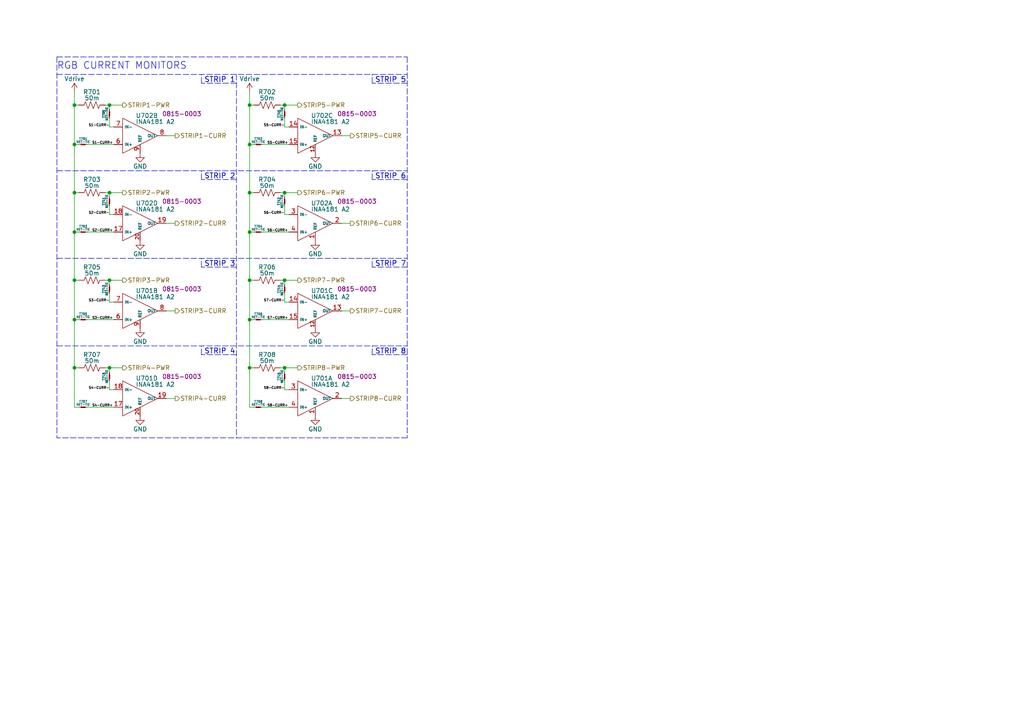
<source format=kicad_sch>
(kicad_sch (version 20211123) (generator eeschema)

  (uuid 1db01632-a0d6-4b17-ab8d-096da0e604c2)

  (paper "A4")

  (title_block
    (title "LightDrum")
    (rev "REV10")
    (company "Daxxn Industries")
  )

  (lib_symbols
    (symbol "Daxxn_IC:INA4181" (in_bom yes) (on_board yes)
      (property "Reference" "U" (id 0) (at 1.27 6.35 0)
        (effects (font (size 1.27 1.27)) (justify left))
      )
      (property "Value" "INA4181" (id 1) (at 1.27 3.81 0)
        (effects (font (size 1.27 1.27)) (justify left))
      )
      (property "Footprint" "Package_SO:TSSOP-20_4.4x6.5mm_P0.65mm" (id 2) (at 0 13.97 0)
        (effects (font (size 1.27 1.27)) hide)
      )
      (property "Datasheet" "%LOCAL_DATASHEETS%\\INA181.pdf" (id 3) (at 0 11.43 0)
        (effects (font (size 1.27 1.27)) hide)
      )
      (property "PartNumber" "0815-0003" (id 4) (at 1.27 8.89 0)
        (effects (font (size 1.27 1.27)) (justify left))
      )
      (property "ki_locked" "" (id 5) (at 0 0 0)
        (effects (font (size 1.27 1.27)))
      )
      (property "ki_keywords" "4-ch current sense smp amplifier differential diff" (id 6) (at 0 0 0)
        (effects (font (size 1.27 1.27)) hide)
      )
      (property "ki_description" "4-Channel Current Sense Amplifier" (id 7) (at 0 0 0)
        (effects (font (size 1.27 1.27)) hide)
      )
      (symbol "INA4181_0_0"
        (pin no_connect line (at 36.83 8.89 270) (length 2.54) hide
          (name "NC" (effects (font (size 1.27 1.27))))
          (number "10" (effects (font (size 1.27 1.27))))
        )
        (pin no_connect line (at 39.37 8.89 270) (length 2.54) hide
          (name "NC" (effects (font (size 1.27 1.27))))
          (number "11" (effects (font (size 1.27 1.27))))
        )
      )
      (symbol "INA4181_1_0"
        (pin power_out line (at 1.27 -5.08 90) (length 2.54)
          (name "REF" (effects (font (size 0.8 0.8))))
          (number "1" (effects (font (size 1.27 1.27))))
        )
        (pin output line (at 8.89 0 180) (length 2.54)
          (name "OUT" (effects (font (size 0.8 0.8))))
          (number "2" (effects (font (size 1.27 1.27))))
        )
        (pin input line (at -6.35 2.54 0) (length 2.54)
          (name "IN-" (effects (font (size 0.8 0.8))))
          (number "3" (effects (font (size 1.27 1.27))))
        )
        (pin input line (at -6.35 -2.54 0) (length 2.54)
          (name "IN+" (effects (font (size 0.8 0.8))))
          (number "4" (effects (font (size 1.27 1.27))))
        )
      )
      (symbol "INA4181_1_1"
        (polyline
          (pts
            (xy -3.81 5.08)
            (xy -3.81 -5.08)
            (xy 6.35 0)
            (xy -3.81 5.08)
          )
          (stroke (width 0) (type default) (color 0 0 0 0))
          (fill (type none))
        )
      )
      (symbol "INA4181_2_0"
        (pin input line (at -6.35 -2.54 0) (length 2.54)
          (name "IN+" (effects (font (size 0.8 0.8))))
          (number "6" (effects (font (size 1.27 1.27))))
        )
        (pin input line (at -6.35 2.54 0) (length 2.54)
          (name "IN-" (effects (font (size 0.8 0.8))))
          (number "7" (effects (font (size 1.27 1.27))))
        )
        (pin output line (at 8.89 0 180) (length 2.54)
          (name "OUT" (effects (font (size 0.8 0.8))))
          (number "8" (effects (font (size 1.27 1.27))))
        )
        (pin power_out line (at 1.27 -5.08 90) (length 2.54)
          (name "REF" (effects (font (size 0.8 0.8))))
          (number "9" (effects (font (size 1.27 1.27))))
        )
      )
      (symbol "INA4181_2_1"
        (polyline
          (pts
            (xy -3.81 5.08)
            (xy -3.81 -5.08)
            (xy 6.35 0)
            (xy -3.81 5.08)
          )
          (stroke (width 0) (type default) (color 0 0 0 0))
          (fill (type none))
        )
      )
      (symbol "INA4181_3_0"
        (pin power_out line (at 1.27 -5.08 90) (length 2.54)
          (name "REF" (effects (font (size 0.8 0.8))))
          (number "12" (effects (font (size 1 1))))
        )
        (pin output line (at 8.89 0 180) (length 2.54)
          (name "OUT" (effects (font (size 0.8 0.8))))
          (number "13" (effects (font (size 1.27 1.27))))
        )
        (pin input line (at -6.35 2.54 0) (length 2.54)
          (name "IN-" (effects (font (size 0.8 0.8))))
          (number "14" (effects (font (size 1.27 1.27))))
        )
        (pin input line (at -6.35 -2.54 0) (length 2.54)
          (name "IN+" (effects (font (size 0.8 0.8))))
          (number "15" (effects (font (size 1.27 1.27))))
        )
      )
      (symbol "INA4181_3_1"
        (polyline
          (pts
            (xy -3.81 5.08)
            (xy -3.81 -5.08)
            (xy 6.35 0)
            (xy -3.81 5.08)
          )
          (stroke (width 0) (type default) (color 0 0 0 0))
          (fill (type none))
        )
      )
      (symbol "INA4181_4_0"
        (pin input line (at -6.35 -2.54 0) (length 2.54)
          (name "IN+" (effects (font (size 0.8 0.8))))
          (number "17" (effects (font (size 1.27 1.27))))
        )
        (pin input line (at -6.35 2.54 0) (length 2.54)
          (name "IN-" (effects (font (size 0.8 0.8))))
          (number "18" (effects (font (size 1.27 1.27))))
        )
        (pin output line (at 8.89 0 180) (length 2.54)
          (name "OUT" (effects (font (size 0.8 0.8))))
          (number "19" (effects (font (size 1.27 1.27))))
        )
        (pin power_out line (at 1.27 -5.08 90) (length 2.54)
          (name "REF" (effects (font (size 0.8 0.8))))
          (number "20" (effects (font (size 1 1))))
        )
      )
      (symbol "INA4181_4_1"
        (polyline
          (pts
            (xy -3.81 5.08)
            (xy -3.81 -5.08)
            (xy 6.35 0)
            (xy -3.81 5.08)
          )
          (stroke (width 0) (type default) (color 0 0 0 0))
          (fill (type none))
        )
      )
      (symbol "INA4181_5_0"
        (pin power_in line (at 0 -3.81 90) (length 2.54)
          (name "~" (effects (font (size 1.27 1.27))))
          (number "16" (effects (font (size 1.27 1.27))))
        )
        (pin power_in line (at 0 3.81 270) (length 2.54)
          (name "~" (effects (font (size 1.27 1.27))))
          (number "5" (effects (font (size 1.27 1.27))))
        )
      )
      (symbol "INA4181_5_1"
        (polyline
          (pts
            (xy -0.508 -1.27)
            (xy 0.508 -1.27)
          )
          (stroke (width 0) (type default) (color 0 0 0 0))
          (fill (type none))
        )
        (polyline
          (pts
            (xy 0 1.27)
            (xy -0.508 0.762)
            (xy 0.508 0.762)
            (xy 0 1.27)
          )
          (stroke (width 0) (type default) (color 0 0 0 0))
          (fill (type none))
        )
      )
    )
    (symbol "Daxxn_Other:NET-TIE" (in_bom yes) (on_board yes)
      (property "Reference" "T" (id 0) (at 0 1.651 0)
        (effects (font (size 0.64 0.64)))
      )
      (property "Value" "NET-TIE" (id 1) (at 0 0.762 0)
        (effects (font (size 0.64 0.64)))
      )
      (property "Footprint" "" (id 2) (at -8.89 3.81 0)
        (effects (font (size 1.27 1.27)) hide)
      )
      (property "Datasheet" "" (id 3) (at -8.89 3.81 0)
        (effects (font (size 1.27 1.27)) hide)
      )
      (symbol "NET-TIE_0_1"
        (rectangle (start -0.635 0.127) (end 0.635 -0.127)
          (stroke (width 0) (type default) (color 0 0 0 0))
          (fill (type outline))
        )
      )
      (symbol "NET-TIE_1_1"
        (pin passive line (at -1.27 0 0) (length 0.64)
          (name "~" (effects (font (size 1.27 1.27))))
          (number "1" (effects (font (size 0 0))))
        )
        (pin passive line (at 1.27 0 180) (length 0.64)
          (name "~" (effects (font (size 1.27 1.27))))
          (number "2" (effects (font (size 0 0))))
        )
      )
    )
    (symbol "Device:R_US" (pin_numbers hide) (pin_names (offset 0)) (in_bom yes) (on_board yes)
      (property "Reference" "R" (id 0) (at 2.54 0 90)
        (effects (font (size 1.27 1.27)))
      )
      (property "Value" "R_US" (id 1) (at -2.54 0 90)
        (effects (font (size 1.27 1.27)))
      )
      (property "Footprint" "" (id 2) (at 1.016 -0.254 90)
        (effects (font (size 1.27 1.27)) hide)
      )
      (property "Datasheet" "~" (id 3) (at 0 0 0)
        (effects (font (size 1.27 1.27)) hide)
      )
      (property "ki_keywords" "R res resistor" (id 4) (at 0 0 0)
        (effects (font (size 1.27 1.27)) hide)
      )
      (property "ki_description" "Resistor, US symbol" (id 5) (at 0 0 0)
        (effects (font (size 1.27 1.27)) hide)
      )
      (property "ki_fp_filters" "R_*" (id 6) (at 0 0 0)
        (effects (font (size 1.27 1.27)) hide)
      )
      (symbol "R_US_0_1"
        (polyline
          (pts
            (xy 0 -2.286)
            (xy 0 -2.54)
          )
          (stroke (width 0) (type default) (color 0 0 0 0))
          (fill (type none))
        )
        (polyline
          (pts
            (xy 0 2.286)
            (xy 0 2.54)
          )
          (stroke (width 0) (type default) (color 0 0 0 0))
          (fill (type none))
        )
        (polyline
          (pts
            (xy 0 -0.762)
            (xy 1.016 -1.143)
            (xy 0 -1.524)
            (xy -1.016 -1.905)
            (xy 0 -2.286)
          )
          (stroke (width 0) (type default) (color 0 0 0 0))
          (fill (type none))
        )
        (polyline
          (pts
            (xy 0 0.762)
            (xy 1.016 0.381)
            (xy 0 0)
            (xy -1.016 -0.381)
            (xy 0 -0.762)
          )
          (stroke (width 0) (type default) (color 0 0 0 0))
          (fill (type none))
        )
        (polyline
          (pts
            (xy 0 2.286)
            (xy 1.016 1.905)
            (xy 0 1.524)
            (xy -1.016 1.143)
            (xy 0 0.762)
          )
          (stroke (width 0) (type default) (color 0 0 0 0))
          (fill (type none))
        )
      )
      (symbol "R_US_1_1"
        (pin passive line (at 0 3.81 270) (length 1.27)
          (name "~" (effects (font (size 1.27 1.27))))
          (number "1" (effects (font (size 1.27 1.27))))
        )
        (pin passive line (at 0 -3.81 90) (length 1.27)
          (name "~" (effects (font (size 1.27 1.27))))
          (number "2" (effects (font (size 1.27 1.27))))
        )
      )
    )
    (symbol "power:GND" (power) (pin_names (offset 0)) (in_bom yes) (on_board yes)
      (property "Reference" "#PWR" (id 0) (at 0 -6.35 0)
        (effects (font (size 1.27 1.27)) hide)
      )
      (property "Value" "GND" (id 1) (at 0 -3.81 0)
        (effects (font (size 1.27 1.27)))
      )
      (property "Footprint" "" (id 2) (at 0 0 0)
        (effects (font (size 1.27 1.27)) hide)
      )
      (property "Datasheet" "" (id 3) (at 0 0 0)
        (effects (font (size 1.27 1.27)) hide)
      )
      (property "ki_keywords" "power-flag" (id 4) (at 0 0 0)
        (effects (font (size 1.27 1.27)) hide)
      )
      (property "ki_description" "Power symbol creates a global label with name \"GND\" , ground" (id 5) (at 0 0 0)
        (effects (font (size 1.27 1.27)) hide)
      )
      (symbol "GND_0_1"
        (polyline
          (pts
            (xy 0 0)
            (xy 0 -1.27)
            (xy 1.27 -1.27)
            (xy 0 -2.54)
            (xy -1.27 -1.27)
            (xy 0 -1.27)
          )
          (stroke (width 0) (type default) (color 0 0 0 0))
          (fill (type none))
        )
      )
      (symbol "GND_1_1"
        (pin power_in line (at 0 0 270) (length 0) hide
          (name "GND" (effects (font (size 1.27 1.27))))
          (number "1" (effects (font (size 1.27 1.27))))
        )
      )
    )
    (symbol "power:Vdrive" (power) (pin_names (offset 0)) (in_bom yes) (on_board yes)
      (property "Reference" "#PWR" (id 0) (at -5.08 -3.81 0)
        (effects (font (size 1.27 1.27)) hide)
      )
      (property "Value" "Vdrive" (id 1) (at 0 3.81 0)
        (effects (font (size 1.27 1.27)))
      )
      (property "Footprint" "" (id 2) (at 0 0 0)
        (effects (font (size 1.27 1.27)) hide)
      )
      (property "Datasheet" "" (id 3) (at 0 0 0)
        (effects (font (size 1.27 1.27)) hide)
      )
      (property "ki_keywords" "power-flag" (id 4) (at 0 0 0)
        (effects (font (size 1.27 1.27)) hide)
      )
      (property "ki_description" "Power symbol creates a global label with name \"Vdrive\"" (id 5) (at 0 0 0)
        (effects (font (size 1.27 1.27)) hide)
      )
      (symbol "Vdrive_0_1"
        (polyline
          (pts
            (xy -0.762 1.27)
            (xy 0 2.54)
          )
          (stroke (width 0) (type default) (color 0 0 0 0))
          (fill (type none))
        )
        (polyline
          (pts
            (xy 0 0)
            (xy 0 2.54)
          )
          (stroke (width 0) (type default) (color 0 0 0 0))
          (fill (type none))
        )
        (polyline
          (pts
            (xy 0 2.54)
            (xy 0.762 1.27)
          )
          (stroke (width 0) (type default) (color 0 0 0 0))
          (fill (type none))
        )
      )
      (symbol "Vdrive_1_1"
        (pin power_in line (at 0 0 90) (length 0) hide
          (name "Vdrive" (effects (font (size 1.27 1.27))))
          (number "1" (effects (font (size 1.27 1.27))))
        )
      )
    )
  )

  (junction (at 31.75 106.68) (diameter 0) (color 0 0 0 0)
    (uuid 02b216ec-975d-4748-b9f0-fc3bbdbe128b)
  )
  (junction (at 82.55 106.68) (diameter 0) (color 0 0 0 0)
    (uuid 11bfd6b2-d0bb-4e19-9247-5039ba3859c1)
  )
  (junction (at 21.59 41.91) (diameter 0) (color 0 0 0 0)
    (uuid 1232bd51-e35f-46d2-a411-d080acd627b2)
  )
  (junction (at 72.39 30.48) (diameter 0) (color 0 0 0 0)
    (uuid 1b29f22f-e4c6-42ad-8f99-74cc99247f9c)
  )
  (junction (at 21.59 106.68) (diameter 0) (color 0 0 0 0)
    (uuid 1dc03eca-a844-4bbe-9092-66349ac3e4c1)
  )
  (junction (at 21.59 55.88) (diameter 0) (color 0 0 0 0)
    (uuid 26f93225-d36b-42eb-91c6-a4a4df2d1d03)
  )
  (junction (at 72.39 92.71) (diameter 0) (color 0 0 0 0)
    (uuid 31f106db-246b-4752-9cb4-b4c55411e076)
  )
  (junction (at 21.59 67.31) (diameter 0) (color 0 0 0 0)
    (uuid 36096686-c907-4eed-9248-7e302927c533)
  )
  (junction (at 31.75 81.28) (diameter 0) (color 0 0 0 0)
    (uuid 3ca1b6d0-cd3e-456f-ada6-da96c45c41de)
  )
  (junction (at 31.75 30.48) (diameter 0) (color 0 0 0 0)
    (uuid 4335620f-d587-4de6-bd45-67c2416caddb)
  )
  (junction (at 72.39 67.31) (diameter 0) (color 0 0 0 0)
    (uuid 476fabf4-58c5-40f6-b495-d2ae25bb8d0b)
  )
  (junction (at 21.59 30.48) (diameter 0) (color 0 0 0 0)
    (uuid 5a1a89ac-c07d-49df-aab5-caff66536528)
  )
  (junction (at 72.39 55.88) (diameter 0) (color 0 0 0 0)
    (uuid 6160dcd1-a3d3-4447-b580-c556603c28cb)
  )
  (junction (at 31.75 55.88) (diameter 0) (color 0 0 0 0)
    (uuid 633a6d4e-6e2b-419f-9ed6-96855fce5961)
  )
  (junction (at 82.55 81.28) (diameter 0) (color 0 0 0 0)
    (uuid 6344276f-854e-4f2f-8411-43a8893f0aae)
  )
  (junction (at 72.39 81.28) (diameter 0) (color 0 0 0 0)
    (uuid 676e29cc-5141-4c94-9c90-65a0391b6858)
  )
  (junction (at 82.55 55.88) (diameter 0) (color 0 0 0 0)
    (uuid 86a1d29b-6f04-4cb5-af9e-1db9d84da31b)
  )
  (junction (at 21.59 81.28) (diameter 0) (color 0 0 0 0)
    (uuid 93e1eb21-1362-4cd3-a902-8bfb659bf930)
  )
  (junction (at 72.39 41.91) (diameter 0) (color 0 0 0 0)
    (uuid aa11f9d3-43e5-4c52-9385-e3a300ff86ab)
  )
  (junction (at 21.59 92.71) (diameter 0) (color 0 0 0 0)
    (uuid b3fd6f51-4679-49b2-b844-a5fe3b78af81)
  )
  (junction (at 72.39 106.68) (diameter 0) (color 0 0 0 0)
    (uuid bb5d76a8-4e9c-48fa-8812-742712e1c188)
  )
  (junction (at 82.55 30.48) (diameter 0) (color 0 0 0 0)
    (uuid c69d1b17-83bd-43b3-9ba4-89bc4bad0466)
  )

  (wire (pts (xy 72.39 30.48) (xy 72.39 41.91))
    (stroke (width 0) (type default) (color 0 0 0 0))
    (uuid 00be3ff7-8730-45e6-800d-eddc9e5b1420)
  )
  (polyline (pts (xy 68.58 77.47) (xy 58.42 77.47))
    (stroke (width 0) (type default) (color 0 0 0 0))
    (uuid 05dba7c0-1474-489b-9350-3f235f1446b5)
  )

  (wire (pts (xy 31.75 110.49) (xy 31.75 113.03))
    (stroke (width 0) (type default) (color 0 0 0 0))
    (uuid 08b5d3a9-4fce-4374-a150-07e69febf398)
  )
  (wire (pts (xy 30.48 106.68) (xy 31.75 106.68))
    (stroke (width 0) (type default) (color 0 0 0 0))
    (uuid 08dcc948-092d-4ab0-9b93-8eda8a49c43b)
  )
  (polyline (pts (xy 107.95 52.07) (xy 107.95 49.53))
    (stroke (width 0) (type default) (color 0 0 0 0))
    (uuid 0b032269-8b93-4c37-ad6a-b70d63658d1a)
  )
  (polyline (pts (xy 16.51 21.59) (xy 118.11 21.59))
    (stroke (width 0) (type default) (color 0 0 0 0))
    (uuid 0dde98ac-3255-42ab-8e89-f6d48d4f0cc2)
  )

  (wire (pts (xy 21.59 118.11) (xy 21.59 106.68))
    (stroke (width 0) (type default) (color 0 0 0 0))
    (uuid 0f13568a-75b4-47d2-9f92-f6db83fd0926)
  )
  (wire (pts (xy 31.75 85.09) (xy 31.75 87.63))
    (stroke (width 0) (type default) (color 0 0 0 0))
    (uuid 190a3ef0-73fb-47f3-80b7-0f882fe3882d)
  )
  (wire (pts (xy 72.39 106.68) (xy 73.66 106.68))
    (stroke (width 0) (type default) (color 0 0 0 0))
    (uuid 1b6a9ea8-2cfc-41c7-b7e2-1d8d17c09435)
  )
  (wire (pts (xy 30.48 30.48) (xy 31.75 30.48))
    (stroke (width 0) (type default) (color 0 0 0 0))
    (uuid 1d19fb41-184a-4cbf-afdd-8edbf43daaa7)
  )
  (wire (pts (xy 72.39 55.88) (xy 73.66 55.88))
    (stroke (width 0) (type default) (color 0 0 0 0))
    (uuid 20f549ce-10ca-4c07-b3a0-f4802037df64)
  )
  (wire (pts (xy 31.75 55.88) (xy 31.75 57.15))
    (stroke (width 0) (type default) (color 0 0 0 0))
    (uuid 2230b34e-1d87-4d88-85c6-c14f1aa8e912)
  )
  (wire (pts (xy 82.55 30.48) (xy 82.55 31.75))
    (stroke (width 0) (type default) (color 0 0 0 0))
    (uuid 22757715-d292-474a-a9d2-48358785a54d)
  )
  (wire (pts (xy 72.39 41.91) (xy 72.39 55.88))
    (stroke (width 0) (type default) (color 0 0 0 0))
    (uuid 24ebbd40-eb7d-441a-a346-6400dc6688ac)
  )
  (polyline (pts (xy 68.58 21.59) (xy 68.58 127))
    (stroke (width 0) (type default) (color 0 0 0 0))
    (uuid 257ac7d6-52a9-4bc7-b98c-7a0986cb3c6f)
  )

  (wire (pts (xy 82.55 87.63) (xy 83.82 87.63))
    (stroke (width 0) (type default) (color 0 0 0 0))
    (uuid 26830f8e-d572-41a2-a4b6-873e8c8f1f12)
  )
  (wire (pts (xy 99.06 115.57) (xy 101.6 115.57))
    (stroke (width 0) (type default) (color 0 0 0 0))
    (uuid 275a89fb-090a-455c-9aa9-f74b8e6ce7a9)
  )
  (wire (pts (xy 82.55 81.28) (xy 86.36 81.28))
    (stroke (width 0) (type default) (color 0 0 0 0))
    (uuid 27860480-409a-462b-81f1-5a6d04db6937)
  )
  (wire (pts (xy 99.06 39.37) (xy 101.6 39.37))
    (stroke (width 0) (type default) (color 0 0 0 0))
    (uuid 2becb0f0-4654-41f0-87c8-7dac8590a390)
  )
  (polyline (pts (xy 107.95 24.13) (xy 107.95 21.59))
    (stroke (width 0) (type default) (color 0 0 0 0))
    (uuid 2c6f54d0-653f-4c60-beaf-f19ac1a50195)
  )

  (wire (pts (xy 31.75 30.48) (xy 35.56 30.48))
    (stroke (width 0) (type default) (color 0 0 0 0))
    (uuid 2c85262b-6f25-4189-af11-bb43ed98a678)
  )
  (wire (pts (xy 72.39 41.91) (xy 73.66 41.91))
    (stroke (width 0) (type default) (color 0 0 0 0))
    (uuid 2e8527fe-0dfd-4907-a404-e27e3ad0406f)
  )
  (polyline (pts (xy 118.11 16.51) (xy 118.11 127))
    (stroke (width 0) (type default) (color 0 0 0 0))
    (uuid 30699b6f-4148-4ce4-bba2-edcdec5da199)
  )

  (wire (pts (xy 30.48 81.28) (xy 31.75 81.28))
    (stroke (width 0) (type default) (color 0 0 0 0))
    (uuid 3218b02d-8bcb-4809-a160-360ec80c3983)
  )
  (wire (pts (xy 21.59 30.48) (xy 22.86 30.48))
    (stroke (width 0) (type default) (color 0 0 0 0))
    (uuid 34e17cc9-0150-4c19-a475-0acc318fc47c)
  )
  (polyline (pts (xy 68.58 102.87) (xy 58.42 102.87))
    (stroke (width 0) (type default) (color 0 0 0 0))
    (uuid 36183260-6c68-4e73-aa5f-ebf7c6de1bf6)
  )

  (wire (pts (xy 25.4 118.11) (xy 33.02 118.11))
    (stroke (width 0) (type default) (color 0 0 0 0))
    (uuid 37c39c1c-abb3-43ee-ba6b-8101466c34e0)
  )
  (polyline (pts (xy 118.11 77.47) (xy 107.95 77.47))
    (stroke (width 0) (type default) (color 0 0 0 0))
    (uuid 3a83c337-19ca-440d-91ee-6774d0d7574f)
  )

  (wire (pts (xy 81.28 106.68) (xy 82.55 106.68))
    (stroke (width 0) (type default) (color 0 0 0 0))
    (uuid 3ba0eaa5-db44-4e5d-9173-6ad0b2722b9f)
  )
  (wire (pts (xy 21.59 81.28) (xy 22.86 81.28))
    (stroke (width 0) (type default) (color 0 0 0 0))
    (uuid 3da8a519-8190-4c11-ad0b-1cc8ce9d74fe)
  )
  (wire (pts (xy 31.75 87.63) (xy 33.02 87.63))
    (stroke (width 0) (type default) (color 0 0 0 0))
    (uuid 3e4223b0-03cd-4682-aeb0-ca76bf7bcdb7)
  )
  (wire (pts (xy 76.2 41.91) (xy 83.82 41.91))
    (stroke (width 0) (type default) (color 0 0 0 0))
    (uuid 4341d058-166b-4844-908f-3201318cb0dd)
  )
  (wire (pts (xy 31.75 62.23) (xy 33.02 62.23))
    (stroke (width 0) (type default) (color 0 0 0 0))
    (uuid 43e42bf2-7a16-4a3a-922d-01ccbca90052)
  )
  (wire (pts (xy 21.59 67.31) (xy 22.86 67.31))
    (stroke (width 0) (type default) (color 0 0 0 0))
    (uuid 45a423f9-fc09-4180-81fe-a1317cbf11d3)
  )
  (wire (pts (xy 48.26 39.37) (xy 50.8 39.37))
    (stroke (width 0) (type default) (color 0 0 0 0))
    (uuid 476af8fb-df36-4a02-851d-568e30298014)
  )
  (wire (pts (xy 82.55 62.23) (xy 83.82 62.23))
    (stroke (width 0) (type default) (color 0 0 0 0))
    (uuid 49fa668a-ce9d-4a22-9075-84e44cf152d6)
  )
  (wire (pts (xy 72.39 106.68) (xy 72.39 118.11))
    (stroke (width 0) (type default) (color 0 0 0 0))
    (uuid 4b5b3470-dbf5-417a-afdd-2283b17dae4b)
  )
  (wire (pts (xy 25.4 41.91) (xy 33.02 41.91))
    (stroke (width 0) (type default) (color 0 0 0 0))
    (uuid 4bacb61d-4305-4e8f-a46c-103e5a69fd77)
  )
  (wire (pts (xy 81.28 55.88) (xy 82.55 55.88))
    (stroke (width 0) (type default) (color 0 0 0 0))
    (uuid 4cb57942-0d39-49fe-851b-50ddc6065280)
  )
  (wire (pts (xy 72.39 67.31) (xy 72.39 81.28))
    (stroke (width 0) (type default) (color 0 0 0 0))
    (uuid 4d7164a9-2a3e-448e-8269-1ae342544298)
  )
  (wire (pts (xy 82.55 81.28) (xy 82.55 82.55))
    (stroke (width 0) (type default) (color 0 0 0 0))
    (uuid 50562f29-47ba-43e0-9ade-0f4a33626ff1)
  )
  (wire (pts (xy 72.39 92.71) (xy 73.66 92.71))
    (stroke (width 0) (type default) (color 0 0 0 0))
    (uuid 51422d5e-0020-4848-bcbf-a4ff0c7acdfc)
  )
  (wire (pts (xy 72.39 118.11) (xy 73.66 118.11))
    (stroke (width 0) (type default) (color 0 0 0 0))
    (uuid 51638d0e-968a-444b-be76-0f85c87a2f62)
  )
  (polyline (pts (xy 107.95 102.87) (xy 107.95 100.33))
    (stroke (width 0) (type default) (color 0 0 0 0))
    (uuid 5ae71307-1540-435e-a3c2-b414a5bc4420)
  )
  (polyline (pts (xy 68.58 24.13) (xy 58.42 24.13))
    (stroke (width 0) (type default) (color 0 0 0 0))
    (uuid 5bf50b52-e9d6-42c6-880c-f6e716969e51)
  )

  (wire (pts (xy 48.26 64.77) (xy 50.8 64.77))
    (stroke (width 0) (type default) (color 0 0 0 0))
    (uuid 5cbe4230-702b-4177-b4c6-677d035beda6)
  )
  (polyline (pts (xy 16.51 74.93) (xy 118.11 74.93))
    (stroke (width 0) (type default) (color 0 0 0 0))
    (uuid 5f356cc4-c774-409b-845c-63693c2b4842)
  )

  (wire (pts (xy 76.2 118.11) (xy 83.82 118.11))
    (stroke (width 0) (type default) (color 0 0 0 0))
    (uuid 5ff22521-3caf-4888-aa5c-ba9fed5aef17)
  )
  (wire (pts (xy 72.39 81.28) (xy 72.39 92.71))
    (stroke (width 0) (type default) (color 0 0 0 0))
    (uuid 60f216a1-db34-4072-a360-063c63d546dd)
  )
  (wire (pts (xy 21.59 30.48) (xy 21.59 41.91))
    (stroke (width 0) (type default) (color 0 0 0 0))
    (uuid 6733813e-eab3-44f6-805d-5cde294693ce)
  )
  (wire (pts (xy 31.75 30.48) (xy 31.75 31.75))
    (stroke (width 0) (type default) (color 0 0 0 0))
    (uuid 6c4550a4-c27b-48b1-98d5-e33e91f13246)
  )
  (polyline (pts (xy 118.11 102.87) (xy 107.95 102.87))
    (stroke (width 0) (type default) (color 0 0 0 0))
    (uuid 6e174d8e-9af8-4613-aea3-50d2f06c7f2b)
  )

  (wire (pts (xy 81.28 30.48) (xy 82.55 30.48))
    (stroke (width 0) (type default) (color 0 0 0 0))
    (uuid 6e332fbf-95c2-421f-8cf6-d289f0225d05)
  )
  (polyline (pts (xy 16.51 16.51) (xy 118.11 16.51))
    (stroke (width 0) (type default) (color 0 0 0 0))
    (uuid 6f198ef5-fa20-45c0-8552-7cc47252f3b1)
  )

  (wire (pts (xy 72.39 67.31) (xy 73.66 67.31))
    (stroke (width 0) (type default) (color 0 0 0 0))
    (uuid 731078cf-b022-401f-ad32-40c97570bf57)
  )
  (wire (pts (xy 30.48 55.88) (xy 31.75 55.88))
    (stroke (width 0) (type default) (color 0 0 0 0))
    (uuid 732605d6-5b30-4883-9ba7-fe063935f9c8)
  )
  (wire (pts (xy 21.59 55.88) (xy 22.86 55.88))
    (stroke (width 0) (type default) (color 0 0 0 0))
    (uuid 73ef976e-8f4f-46ab-ae59-254e0cebdf9d)
  )
  (wire (pts (xy 21.59 81.28) (xy 21.59 92.71))
    (stroke (width 0) (type default) (color 0 0 0 0))
    (uuid 74e3cfdd-a068-4c3a-9626-971da1123ace)
  )
  (polyline (pts (xy 58.42 24.13) (xy 58.42 21.59))
    (stroke (width 0) (type default) (color 0 0 0 0))
    (uuid 750d7e67-14b3-4ada-83a2-786c8cdeed41)
  )

  (wire (pts (xy 31.75 106.68) (xy 31.75 107.95))
    (stroke (width 0) (type default) (color 0 0 0 0))
    (uuid 7758c6c3-f7b1-4888-9b78-3de61aaefde2)
  )
  (wire (pts (xy 82.55 110.49) (xy 82.55 113.03))
    (stroke (width 0) (type default) (color 0 0 0 0))
    (uuid 794249c8-f592-4af4-9f81-a7215a68e555)
  )
  (wire (pts (xy 21.59 55.88) (xy 21.59 67.31))
    (stroke (width 0) (type default) (color 0 0 0 0))
    (uuid 7d45ba1e-9985-4811-8242-8970872a1b94)
  )
  (wire (pts (xy 72.39 92.71) (xy 72.39 106.68))
    (stroke (width 0) (type default) (color 0 0 0 0))
    (uuid 7e3c6719-1765-4e0f-bb85-71ce05ddecc2)
  )
  (wire (pts (xy 82.55 106.68) (xy 86.36 106.68))
    (stroke (width 0) (type default) (color 0 0 0 0))
    (uuid 7f0c0c21-cdb8-4797-a46f-d9596f4628dc)
  )
  (wire (pts (xy 31.75 113.03) (xy 33.02 113.03))
    (stroke (width 0) (type default) (color 0 0 0 0))
    (uuid 7fedda9e-a9d8-4dbc-9b7a-c53abf6d5e00)
  )
  (wire (pts (xy 82.55 113.03) (xy 83.82 113.03))
    (stroke (width 0) (type default) (color 0 0 0 0))
    (uuid 81df3b7d-b393-4954-9ccf-4a916c9d313f)
  )
  (wire (pts (xy 31.75 34.29) (xy 31.75 36.83))
    (stroke (width 0) (type default) (color 0 0 0 0))
    (uuid 873d2445-7ed5-4ae9-b546-3b664eb14538)
  )
  (polyline (pts (xy 58.42 77.47) (xy 58.42 74.93))
    (stroke (width 0) (type default) (color 0 0 0 0))
    (uuid 8d512413-40d4-4125-8bcb-8fd66d7d1e8b)
  )

  (wire (pts (xy 21.59 118.11) (xy 22.86 118.11))
    (stroke (width 0) (type default) (color 0 0 0 0))
    (uuid 8ecab698-a676-409c-a7e1-477c5c34e520)
  )
  (wire (pts (xy 48.26 90.17) (xy 50.8 90.17))
    (stroke (width 0) (type default) (color 0 0 0 0))
    (uuid 8f564841-3ea3-4a36-85ac-8608c4c85907)
  )
  (wire (pts (xy 31.75 55.88) (xy 35.56 55.88))
    (stroke (width 0) (type default) (color 0 0 0 0))
    (uuid 9702f75e-dde7-41e6-8d4c-414a7af7fc0d)
  )
  (wire (pts (xy 21.59 41.91) (xy 22.86 41.91))
    (stroke (width 0) (type default) (color 0 0 0 0))
    (uuid 9888e23d-f473-436d-9703-826c7aff1b49)
  )
  (wire (pts (xy 82.55 55.88) (xy 86.36 55.88))
    (stroke (width 0) (type default) (color 0 0 0 0))
    (uuid 9bb6da82-47da-4473-a016-b3790e701450)
  )
  (wire (pts (xy 72.39 26.67) (xy 72.39 30.48))
    (stroke (width 0) (type default) (color 0 0 0 0))
    (uuid 9e7a4fb4-1b78-4c63-89a4-53674bc50277)
  )
  (wire (pts (xy 72.39 55.88) (xy 72.39 67.31))
    (stroke (width 0) (type default) (color 0 0 0 0))
    (uuid a0a0a99e-7bd9-4d02-a114-77e90c663980)
  )
  (wire (pts (xy 76.2 92.71) (xy 83.82 92.71))
    (stroke (width 0) (type default) (color 0 0 0 0))
    (uuid a3559177-f784-490c-a6e3-e479cfe7dffa)
  )
  (wire (pts (xy 25.4 67.31) (xy 33.02 67.31))
    (stroke (width 0) (type default) (color 0 0 0 0))
    (uuid a4a6db3b-fac3-454e-a30a-932d8f2af69d)
  )
  (wire (pts (xy 21.59 106.68) (xy 22.86 106.68))
    (stroke (width 0) (type default) (color 0 0 0 0))
    (uuid a66a1f66-a57e-441d-9629-a94955338d69)
  )
  (polyline (pts (xy 58.42 52.07) (xy 58.42 49.53))
    (stroke (width 0) (type default) (color 0 0 0 0))
    (uuid a7a24c74-4440-4d7a-924c-9a13d135d778)
  )

  (wire (pts (xy 31.75 81.28) (xy 35.56 81.28))
    (stroke (width 0) (type default) (color 0 0 0 0))
    (uuid a7e7ed75-e181-41d6-b9cf-f77bfcbca85c)
  )
  (wire (pts (xy 31.75 36.83) (xy 33.02 36.83))
    (stroke (width 0) (type default) (color 0 0 0 0))
    (uuid a88570c8-d089-4ff2-9bd9-e246cfc16fe3)
  )
  (wire (pts (xy 72.39 30.48) (xy 73.66 30.48))
    (stroke (width 0) (type default) (color 0 0 0 0))
    (uuid acd95617-1f6e-49d2-91e5-f54c83f75d86)
  )
  (wire (pts (xy 99.06 64.77) (xy 101.6 64.77))
    (stroke (width 0) (type default) (color 0 0 0 0))
    (uuid ae6742ed-551d-4148-ad25-a5389e11a0a0)
  )
  (polyline (pts (xy 16.51 100.33) (xy 118.11 100.33))
    (stroke (width 0) (type default) (color 0 0 0 0))
    (uuid b071d034-30d1-4c5d-98c3-efae729b1f39)
  )
  (polyline (pts (xy 16.51 16.51) (xy 16.51 127))
    (stroke (width 0) (type default) (color 0 0 0 0))
    (uuid b3408caa-9cf5-4f3e-b440-72e203d1d244)
  )

  (wire (pts (xy 21.59 67.31) (xy 21.59 81.28))
    (stroke (width 0) (type default) (color 0 0 0 0))
    (uuid c16d1f07-97fa-4407-b1cd-82207a0e81d9)
  )
  (wire (pts (xy 21.59 41.91) (xy 21.59 55.88))
    (stroke (width 0) (type default) (color 0 0 0 0))
    (uuid cb8d96e3-7eb7-427e-92f3-577806cf4ff3)
  )
  (wire (pts (xy 21.59 26.67) (xy 21.59 30.48))
    (stroke (width 0) (type default) (color 0 0 0 0))
    (uuid cc8386a6-1419-4f84-a9a9-8a0f266f988f)
  )
  (wire (pts (xy 99.06 90.17) (xy 101.6 90.17))
    (stroke (width 0) (type default) (color 0 0 0 0))
    (uuid cc90045e-698d-48ba-a57e-09aff8d57d56)
  )
  (polyline (pts (xy 58.42 102.87) (xy 58.42 100.33))
    (stroke (width 0) (type default) (color 0 0 0 0))
    (uuid d291122a-e7a3-4a0b-9dde-a0187c1ce4a8)
  )

  (wire (pts (xy 31.75 81.28) (xy 31.75 82.55))
    (stroke (width 0) (type default) (color 0 0 0 0))
    (uuid d2e7c793-4658-48fa-876d-327989b501ef)
  )
  (polyline (pts (xy 118.11 127) (xy 16.51 127))
    (stroke (width 0) (type default) (color 0 0 0 0))
    (uuid d3559dde-9054-4489-9215-50357ffe2d45)
  )

  (wire (pts (xy 25.4 92.71) (xy 33.02 92.71))
    (stroke (width 0) (type default) (color 0 0 0 0))
    (uuid d743c227-c326-4cce-8f69-e330a8a7cc6e)
  )
  (wire (pts (xy 82.55 59.69) (xy 82.55 62.23))
    (stroke (width 0) (type default) (color 0 0 0 0))
    (uuid dac65d58-12e5-4578-8cb2-08a8e8d1ef31)
  )
  (wire (pts (xy 21.59 92.71) (xy 21.59 106.68))
    (stroke (width 0) (type default) (color 0 0 0 0))
    (uuid dca61b4f-499e-46d3-80f0-e5c2be017e41)
  )
  (wire (pts (xy 76.2 67.31) (xy 83.82 67.31))
    (stroke (width 0) (type default) (color 0 0 0 0))
    (uuid dd394d08-93bb-48e2-a5da-065163c1a94a)
  )
  (wire (pts (xy 82.55 106.68) (xy 82.55 107.95))
    (stroke (width 0) (type default) (color 0 0 0 0))
    (uuid def058e4-1415-4c1b-bafb-cabf4c947eb3)
  )
  (polyline (pts (xy 118.11 52.07) (xy 107.95 52.07))
    (stroke (width 0) (type default) (color 0 0 0 0))
    (uuid df90c20b-beed-4356-a216-f0bae390ea50)
  )

  (wire (pts (xy 72.39 81.28) (xy 73.66 81.28))
    (stroke (width 0) (type default) (color 0 0 0 0))
    (uuid e49a582a-228e-4597-8639-f4d4cadde350)
  )
  (wire (pts (xy 82.55 36.83) (xy 83.82 36.83))
    (stroke (width 0) (type default) (color 0 0 0 0))
    (uuid e7287944-ac95-4f0d-a1e4-5978ceeed416)
  )
  (wire (pts (xy 82.55 85.09) (xy 82.55 87.63))
    (stroke (width 0) (type default) (color 0 0 0 0))
    (uuid ea159c5b-5436-4a1d-b4ee-2241bddb20f7)
  )
  (wire (pts (xy 82.55 30.48) (xy 86.36 30.48))
    (stroke (width 0) (type default) (color 0 0 0 0))
    (uuid eb8e3f54-1772-4a75-a8a9-a35885d7fd92)
  )
  (wire (pts (xy 82.55 34.29) (xy 82.55 36.83))
    (stroke (width 0) (type default) (color 0 0 0 0))
    (uuid f073df74-0ff1-4b2d-9555-1239d9f8cab4)
  )
  (polyline (pts (xy 107.95 77.47) (xy 107.95 74.93))
    (stroke (width 0) (type default) (color 0 0 0 0))
    (uuid f1bbcd37-8d42-4f72-95ca-5bf04fad4245)
  )

  (wire (pts (xy 81.28 81.28) (xy 82.55 81.28))
    (stroke (width 0) (type default) (color 0 0 0 0))
    (uuid f1da3f93-c04b-4041-9452-900553c3c449)
  )
  (polyline (pts (xy 118.11 24.13) (xy 107.95 24.13))
    (stroke (width 0) (type default) (color 0 0 0 0))
    (uuid f3883ba2-a9c6-415e-ae5e-2d95af8fbae4)
  )

  (wire (pts (xy 31.75 59.69) (xy 31.75 62.23))
    (stroke (width 0) (type default) (color 0 0 0 0))
    (uuid f3e2c6e4-8cda-42ce-9d19-9de5220467bb)
  )
  (wire (pts (xy 21.59 92.71) (xy 22.86 92.71))
    (stroke (width 0) (type default) (color 0 0 0 0))
    (uuid f4050ee6-98a0-4eca-994b-5f598b8f05a8)
  )
  (wire (pts (xy 31.75 106.68) (xy 35.56 106.68))
    (stroke (width 0) (type default) (color 0 0 0 0))
    (uuid f62cc2fa-49ab-495e-abbe-eeb105f26170)
  )
  (polyline (pts (xy 68.58 52.07) (xy 58.42 52.07))
    (stroke (width 0) (type default) (color 0 0 0 0))
    (uuid f6a5eb84-7c28-4208-9d34-b9f554422de8)
  )
  (polyline (pts (xy 16.51 49.53) (xy 118.11 49.53))
    (stroke (width 0) (type default) (color 0 0 0 0))
    (uuid f6b67a95-05e2-412b-b077-7f0cf0527b6d)
  )

  (wire (pts (xy 82.55 55.88) (xy 82.55 57.15))
    (stroke (width 0) (type default) (color 0 0 0 0))
    (uuid fe1b6674-92fb-431a-83b3-38d369eb24f5)
  )
  (wire (pts (xy 48.26 115.57) (xy 50.8 115.57))
    (stroke (width 0) (type default) (color 0 0 0 0))
    (uuid fe360374-bfbd-4341-8fc9-03a71ff52d67)
  )

  (text "STRIP 8" (at 117.856 102.87 180)
    (effects (font (size 1.5 1.5) (thickness 0.2) bold) (justify right bottom))
    (uuid 1a8fe616-f177-4fdf-8329-d319a47dbbf6)
  )
  (text "STRIP 5" (at 117.856 24.13 180)
    (effects (font (size 1.5 1.5) (thickness 0.2) bold) (justify right bottom))
    (uuid 1b19a95e-e97d-41b4-bda4-d006ed7012fb)
  )
  (text "STRIP 3" (at 68.326 77.47 180)
    (effects (font (size 1.5 1.5) (thickness 0.2) bold) (justify right bottom))
    (uuid 1c141bee-ba53-4575-89ff-972671b8e579)
  )
  (text "STRIP 4" (at 68.326 102.87 180)
    (effects (font (size 1.5 1.5) (thickness 0.2) bold) (justify right bottom))
    (uuid 25dcd3ca-64f7-407c-9535-97c01040ed0b)
  )
  (text "STRIP 1" (at 68.326 24.13 180)
    (effects (font (size 1.5 1.5) (thickness 0.2) bold) (justify right bottom))
    (uuid 3ce9cd18-682d-416b-99ab-76776d44c568)
  )
  (text "RGB CURRENT MONITORS" (at 16.51 20.32 0)
    (effects (font (size 2 2)) (justify left bottom))
    (uuid 5d09f894-92c2-4d66-99dd-ae5ceed6972f)
  )
  (text "STRIP 7" (at 117.856 77.47 180)
    (effects (font (size 1.5 1.5) (thickness 0.2) bold) (justify right bottom))
    (uuid 6cb5ed4c-d374-47dd-9ab0-a0ff52e01949)
  )
  (text "STRIP 2" (at 68.326 52.07 180)
    (effects (font (size 1.5 1.5) (thickness 0.2) bold) (justify right bottom))
    (uuid 76eac4cd-ba3e-4520-8bb1-d75cd9e8f46e)
  )
  (text "STRIP 6" (at 117.856 52.07 180)
    (effects (font (size 1.5 1.5) (thickness 0.2) bold) (justify right bottom))
    (uuid aeaf4dad-f1b4-4d03-8769-3c0f83d0e59f)
  )

  (label "S6-CURR+" (at 77.47 67.31 0)
    (effects (font (size 0.7 0.7)) (justify left bottom))
    (uuid 00eac5f4-c846-4047-90b4-64350badfd60)
  )
  (label "S2-CURR-" (at 31.75 62.23 180)
    (effects (font (size 0.7 0.7)) (justify right bottom))
    (uuid 0c31e3be-6931-44dd-b32b-95f4adcba8c4)
  )
  (label "S4-CURR+" (at 26.67 118.11 0)
    (effects (font (size 0.7 0.7)) (justify left bottom))
    (uuid 20d5d178-d24b-485b-9748-41142cf2b096)
  )
  (label "S8-CURR+" (at 77.47 118.11 0)
    (effects (font (size 0.7 0.7)) (justify left bottom))
    (uuid 70ef3548-ff9f-4580-b697-0f94675b196b)
  )
  (label "S6-CURR-" (at 82.55 62.23 180)
    (effects (font (size 0.7 0.7)) (justify right bottom))
    (uuid 833676e4-37bc-4607-b8c1-de79a473d29c)
  )
  (label "S5-CURR+" (at 77.47 41.91 0)
    (effects (font (size 0.7 0.7)) (justify left bottom))
    (uuid 945f0af0-d4b2-4726-98d8-b0a060edc2f8)
  )
  (label "S3-CURR-" (at 31.75 87.63 180)
    (effects (font (size 0.7 0.7)) (justify right bottom))
    (uuid a15527a9-15e9-4289-99d0-4891b8932e7d)
  )
  (label "S2-CURR+" (at 26.67 67.31 0)
    (effects (font (size 0.7 0.7)) (justify left bottom))
    (uuid a5952d5a-bc08-4452-b9dd-ccdd6276cbb3)
  )
  (label "S7-CURR-" (at 82.55 87.63 180)
    (effects (font (size 0.7 0.7)) (justify right bottom))
    (uuid a8f31973-7032-49a8-97f5-cc5a05daec21)
  )
  (label "S7-CURR+" (at 77.47 92.71 0)
    (effects (font (size 0.7 0.7)) (justify left bottom))
    (uuid abbcc8d5-3c05-4161-b4ec-96ff1f0c8713)
  )
  (label "S1-CURR-" (at 31.75 36.83 180)
    (effects (font (size 0.7 0.7)) (justify right bottom))
    (uuid c5c7f622-6224-4657-978e-b77a59ec9ff1)
  )
  (label "S8-CURR-" (at 82.55 113.03 180)
    (effects (font (size 0.7 0.7)) (justify right bottom))
    (uuid d3fd11b5-73c9-4e95-9b03-69a90f00a941)
  )
  (label "S3-CURR+" (at 26.67 92.71 0)
    (effects (font (size 0.7 0.7)) (justify left bottom))
    (uuid e03fc14e-57de-46fd-9bdb-caf9db7f6f4a)
  )
  (label "S1-CURR+" (at 26.67 41.91 0)
    (effects (font (size 0.7 0.7)) (justify left bottom))
    (uuid e3475408-1391-4a40-a252-42de70be25b2)
  )
  (label "S4-CURR-" (at 31.75 113.03 180)
    (effects (font (size 0.7 0.7)) (justify right bottom))
    (uuid e4059ec1-b5ec-438d-bd46-569fcf076ab7)
  )
  (label "S5-CURR-" (at 82.55 36.83 180)
    (effects (font (size 0.7 0.7)) (justify right bottom))
    (uuid e6350782-5298-4284-9b9a-ddb30ac4f7a3)
  )

  (hierarchical_label "STRIP6-CURR" (shape output) (at 101.6 64.77 0)
    (effects (font (size 1.27 1.27)) (justify left))
    (uuid 024b787c-1a4f-4ba5-8014-b181d79b489a)
  )
  (hierarchical_label "STRIP8-PWR" (shape output) (at 86.36 106.68 0)
    (effects (font (size 1.27 1.27)) (justify left))
    (uuid 101ddf38-c1a4-409e-b5cd-f4134dfdf8c5)
  )
  (hierarchical_label "STRIP1-CURR" (shape output) (at 50.8 39.37 0)
    (effects (font (size 1.27 1.27)) (justify left))
    (uuid 1d971d52-c263-45a2-b224-50f968388562)
  )
  (hierarchical_label "STRIP4-PWR" (shape output) (at 35.56 106.68 0)
    (effects (font (size 1.27 1.27)) (justify left))
    (uuid 2728aff1-8462-4d89-9cfa-7099060a37c3)
  )
  (hierarchical_label "STRIP7-CURR" (shape output) (at 101.6 90.17 0)
    (effects (font (size 1.27 1.27)) (justify left))
    (uuid 321abd67-d9fb-4a0c-9307-8167e81c59a0)
  )
  (hierarchical_label "STRIP4-CURR" (shape output) (at 50.8 115.57 0)
    (effects (font (size 1.27 1.27)) (justify left))
    (uuid 4257cece-0381-4085-8120-2896f4b8799a)
  )
  (hierarchical_label "STRIP1-PWR" (shape output) (at 35.56 30.48 0)
    (effects (font (size 1.27 1.27)) (justify left))
    (uuid 43005073-e8b4-4f61-a943-6a8910c2969a)
  )
  (hierarchical_label "STRIP6-PWR" (shape output) (at 86.36 55.88 0)
    (effects (font (size 1.27 1.27)) (justify left))
    (uuid 4a29431c-c88f-47bc-8e9e-13d1d5e3ab1e)
  )
  (hierarchical_label "STRIP2-CURR" (shape output) (at 50.8 64.77 0)
    (effects (font (size 1.27 1.27)) (justify left))
    (uuid 52dcc5d3-328d-4200-986f-0ff9e0cbaeb9)
  )
  (hierarchical_label "STRIP2-PWR" (shape output) (at 35.56 55.88 0)
    (effects (font (size 1.27 1.27)) (justify left))
    (uuid 70e7ecc7-59b4-4988-9832-40e93f2f3895)
  )
  (hierarchical_label "STRIP3-PWR" (shape output) (at 35.56 81.28 0)
    (effects (font (size 1.27 1.27)) (justify left))
    (uuid 877b4927-3f4e-469d-8672-c69616842230)
  )
  (hierarchical_label "STRIP5-PWR" (shape output) (at 86.36 30.48 0)
    (effects (font (size 1.27 1.27)) (justify left))
    (uuid 8b29bea4-0671-4978-be5c-ec0eeb40bff4)
  )
  (hierarchical_label "STRIP8-CURR" (shape output) (at 101.6 115.57 0)
    (effects (font (size 1.27 1.27)) (justify left))
    (uuid dd46c3f4-6b8e-4c35-8cdb-4dbb8acff835)
  )
  (hierarchical_label "STRIP5-CURR" (shape output) (at 101.6 39.37 0)
    (effects (font (size 1.27 1.27)) (justify left))
    (uuid e6c7b4af-c8d3-4d0c-8fbf-75549d3425dd)
  )
  (hierarchical_label "STRIP3-CURR" (shape output) (at 50.8 90.17 0)
    (effects (font (size 1.27 1.27)) (justify left))
    (uuid ed38c99b-ada4-4b29-8962-54515ab780ef)
  )
  (hierarchical_label "STRIP7-PWR" (shape output) (at 86.36 81.28 0)
    (effects (font (size 1.27 1.27)) (justify left))
    (uuid f9b164d5-1ef6-4da0-898f-c0a01c0587e5)
  )

  (symbol (lib_id "Daxxn_IC:INA4181") (at 90.17 115.57 0) (unit 1)
    (in_bom yes) (on_board yes)
    (uuid 0f6558ca-3ed2-401d-9f09-dfef050c386f)
    (property "Reference" "U701" (id 0) (at 90.17 109.728 0)
      (effects (font (size 1.27 1.27)) (justify left))
    )
    (property "Value" "INA4181 A2" (id 1) (at 90.17 111.506 0)
      (effects (font (size 1.27 1.27)) (justify left))
    )
    (property "Footprint" "Package_SO:TSSOP-20_4.4x6.5mm_P0.65mm" (id 2) (at 90.17 101.6 0)
      (effects (font (size 1.27 1.27)) hide)
    )
    (property "Datasheet" "%LOCAL_DATASHEETS%\\INA181.pdf" (id 3) (at 90.17 104.14 0)
      (effects (font (size 1.27 1.27)) hide)
    )
    (property "PartNumber" "0815-0003" (id 4) (at 97.79 109.22 0)
      (effects (font (size 1.27 1.27)) (justify left))
    )
    (pin "10" (uuid 0d41e594-d8e8-4e35-bd6d-5726cca4168e))
    (pin "11" (uuid b8db277d-2869-43d2-9b7b-c3b311250afb))
    (pin "1" (uuid 93187982-849b-4135-a6d8-a5a92110e8ff))
    (pin "2" (uuid b0c9e530-f6ae-48e0-9ec5-da8c97abc9bb))
    (pin "3" (uuid 1436ca96-c1b6-4ab7-937e-c657286ccd2a))
    (pin "4" (uuid 156f536e-aa17-42e9-9e4d-47c5c011c968))
    (pin "6" (uuid 1b41e655-9291-432e-8381-e0b2937f0753))
    (pin "7" (uuid d3b08584-ceca-4106-9fef-92e7eb301ec6))
    (pin "8" (uuid 2be7e769-c2ee-4b17-822f-4c67b901debf))
    (pin "9" (uuid f85c3e0b-8ee5-46b5-9e84-a9f9ef133168))
    (pin "12" (uuid ebc818c0-dd53-459d-b466-21b0ae0005b4))
    (pin "13" (uuid 5f0f7415-cdc1-450b-8f63-17ccab816ec8))
    (pin "14" (uuid 1c7b7ba6-bcab-4d3c-92a8-6d85ea7c0427))
    (pin "15" (uuid 275437f3-0d4a-46d1-90d2-de40d6ee7959))
    (pin "17" (uuid f611b9db-3d67-469f-9a68-8d09f6a6298e))
    (pin "18" (uuid 471629be-f8e8-4625-bded-0aa098df20f0))
    (pin "19" (uuid 39426bf2-a33a-49d0-b433-cbebfa2e9d82))
    (pin "20" (uuid a84e5430-c9bc-48e6-9453-13613ec2d587))
    (pin "16" (uuid f4cfb114-e6dc-4531-9b41-60fa8fbfe9c3))
    (pin "5" (uuid 5b989717-8542-45d9-bd1b-7ce74081f150))
  )

  (symbol (lib_id "Daxxn_Other:NET-TIE") (at 82.55 33.02 90) (unit 1)
    (in_bom yes) (on_board yes)
    (uuid 13d7c801-a472-4139-bf55-f045490ae7cb)
    (property "Reference" "T710" (id 0) (at 80.899 33.02 0)
      (effects (font (size 0.64 0.64)))
    )
    (property "Value" "NET-TIE" (id 1) (at 81.788 33.02 0)
      (effects (font (size 0.64 0.64)))
    )
    (property "Footprint" "Daxxn_Other:NetTie-2_SMD_Pad0.25mm" (id 2) (at 78.74 41.91 0)
      (effects (font (size 1.27 1.27)) hide)
    )
    (property "Datasheet" "" (id 3) (at 78.74 41.91 0)
      (effects (font (size 1.27 1.27)) hide)
    )
    (pin "1" (uuid fe10caba-5a2d-4387-b6bf-9cd791d9c0cc))
    (pin "2" (uuid 51b4f612-c6b2-4e71-8e3b-e24f3da5b541))
  )

  (symbol (lib_id "Daxxn_Other:NET-TIE") (at 24.13 92.71 0) (unit 1)
    (in_bom yes) (on_board yes)
    (uuid 176425c7-182a-4ea1-81e0-d567eeffc788)
    (property "Reference" "T705" (id 0) (at 24.13 91.059 0)
      (effects (font (size 0.64 0.64)))
    )
    (property "Value" "NET-TIE" (id 1) (at 24.13 91.948 0)
      (effects (font (size 0.64 0.64)))
    )
    (property "Footprint" "Daxxn_Other:NetTie-2_SMD_Pad0.25mm" (id 2) (at 15.24 88.9 0)
      (effects (font (size 1.27 1.27)) hide)
    )
    (property "Datasheet" "" (id 3) (at 15.24 88.9 0)
      (effects (font (size 1.27 1.27)) hide)
    )
    (pin "1" (uuid 8c81ac5b-b1b2-451a-8f35-35c65d203c4e))
    (pin "2" (uuid 8f6dffe8-f88d-4c7f-a831-570afea55cf7))
  )

  (symbol (lib_id "Device:R_US") (at 77.47 106.68 90) (unit 1)
    (in_bom yes) (on_board yes)
    (uuid 2433fbab-3d42-45a1-9b87-7c97f1c2ebc2)
    (property "Reference" "R708" (id 0) (at 77.47 102.87 90))
    (property "Value" "50m" (id 1) (at 77.47 104.648 90))
    (property "Footprint" "Resistor_SMD:R_2010_5025Metric" (id 2) (at 77.724 105.664 90)
      (effects (font (size 1.27 1.27)) hide)
    )
    (property "Datasheet" "~" (id 3) (at 77.47 106.68 0)
      (effects (font (size 1.27 1.27)) hide)
    )
    (pin "1" (uuid ad446415-d7c1-476b-a3d8-577aa74c51f1))
    (pin "2" (uuid 9f079e0e-0289-4996-b024-ea5a2c320767))
  )

  (symbol (lib_id "Daxxn_Other:NET-TIE") (at 74.93 41.91 0) (unit 1)
    (in_bom yes) (on_board yes)
    (uuid 2e734019-2130-4272-b70f-22723e96e79d)
    (property "Reference" "T702" (id 0) (at 74.93 40.259 0)
      (effects (font (size 0.64 0.64)))
    )
    (property "Value" "NET-TIE" (id 1) (at 74.93 41.148 0)
      (effects (font (size 0.64 0.64)))
    )
    (property "Footprint" "Daxxn_Other:NetTie-2_SMD_Pad0.25mm" (id 2) (at 66.04 38.1 0)
      (effects (font (size 1.27 1.27)) hide)
    )
    (property "Datasheet" "" (id 3) (at 66.04 38.1 0)
      (effects (font (size 1.27 1.27)) hide)
    )
    (pin "1" (uuid 0b16332a-6780-4572-84e6-fb4a8214471b))
    (pin "2" (uuid 7b65c734-bd6b-4e47-a3ff-3220163bfa7a))
  )

  (symbol (lib_id "Device:R_US") (at 77.47 81.28 90) (unit 1)
    (in_bom yes) (on_board yes)
    (uuid 3fb9b8e5-f447-4ead-994e-cec176853f12)
    (property "Reference" "R706" (id 0) (at 77.47 77.47 90))
    (property "Value" "50m" (id 1) (at 77.47 79.248 90))
    (property "Footprint" "Resistor_SMD:R_2010_5025Metric" (id 2) (at 77.724 80.264 90)
      (effects (font (size 1.27 1.27)) hide)
    )
    (property "Datasheet" "~" (id 3) (at 77.47 81.28 0)
      (effects (font (size 1.27 1.27)) hide)
    )
    (pin "1" (uuid 23249b4b-82ed-4f2c-8e86-1926d2592df4))
    (pin "2" (uuid fb70839d-d41c-4986-a82d-ab25686e53ba))
  )

  (symbol (lib_id "Daxxn_Other:NET-TIE") (at 31.75 83.82 90) (unit 1)
    (in_bom yes) (on_board yes)
    (uuid 4782f067-764c-4c3d-ba9e-56250131f92a)
    (property "Reference" "T713" (id 0) (at 30.099 83.82 0)
      (effects (font (size 0.64 0.64)))
    )
    (property "Value" "NET-TIE" (id 1) (at 30.988 83.82 0)
      (effects (font (size 0.64 0.64)))
    )
    (property "Footprint" "Daxxn_Other:NetTie-2_SMD_Pad0.25mm" (id 2) (at 27.94 92.71 0)
      (effects (font (size 1.27 1.27)) hide)
    )
    (property "Datasheet" "" (id 3) (at 27.94 92.71 0)
      (effects (font (size 1.27 1.27)) hide)
    )
    (pin "1" (uuid 6861c717-1c0c-4456-ab2a-b87104e9a2fe))
    (pin "2" (uuid c8af408a-6cc2-4389-bd80-d2c59a7750ff))
  )

  (symbol (lib_id "power:Vdrive") (at 21.59 26.67 0) (unit 1)
    (in_bom yes) (on_board yes)
    (uuid 504f68d7-3e32-457b-90d7-e6299507baf3)
    (property "Reference" "#PWR0701" (id 0) (at 16.51 30.48 0)
      (effects (font (size 1.27 1.27)) hide)
    )
    (property "Value" "Vdrive" (id 1) (at 21.59 22.86 0))
    (property "Footprint" "" (id 2) (at 21.59 26.67 0)
      (effects (font (size 1.27 1.27)) hide)
    )
    (property "Datasheet" "" (id 3) (at 21.59 26.67 0)
      (effects (font (size 1.27 1.27)) hide)
    )
    (pin "1" (uuid b93e20bc-9a23-4b7c-a453-ad0a2a05a447))
  )

  (symbol (lib_id "Daxxn_IC:INA4181") (at 39.37 39.37 0) (unit 2)
    (in_bom yes) (on_board yes)
    (uuid 5228abe8-c3f7-48cd-9e31-45be51944ea6)
    (property "Reference" "U702" (id 0) (at 39.37 33.528 0)
      (effects (font (size 1.27 1.27)) (justify left))
    )
    (property "Value" "INA4181 A2" (id 1) (at 39.37 35.306 0)
      (effects (font (size 1.27 1.27)) (justify left))
    )
    (property "Footprint" "Package_SO:TSSOP-20_4.4x6.5mm_P0.65mm" (id 2) (at 39.37 25.4 0)
      (effects (font (size 1.27 1.27)) hide)
    )
    (property "Datasheet" "%LOCAL_DATASHEETS%\\INA181.pdf" (id 3) (at 39.37 27.94 0)
      (effects (font (size 1.27 1.27)) hide)
    )
    (property "PartNumber" "0815-0003" (id 4) (at 46.99 33.02 0)
      (effects (font (size 1.27 1.27)) (justify left))
    )
    (pin "10" (uuid 886f3361-6577-40e5-bdb6-b70260a808e9))
    (pin "11" (uuid 17bb1465-3acd-45b2-bbd2-d6fb8800d759))
    (pin "1" (uuid aed5c56f-8d01-4ec8-9827-a7abb8db91d1))
    (pin "2" (uuid c90f519f-6220-427c-af6f-966dcc55f0d5))
    (pin "3" (uuid ad05a1ec-f0cf-4631-82fd-f4095d203d71))
    (pin "4" (uuid 5cc0d007-fa52-4c69-9b94-4a8512828881))
    (pin "6" (uuid 48a3e8bb-f0a4-4638-a0f1-9ce2536847c5))
    (pin "7" (uuid 0402cd50-fc85-4129-8444-f18af4c3030d))
    (pin "8" (uuid 3ca4ec93-0a24-4250-adc1-180aa1ce4a36))
    (pin "9" (uuid 3c569eaf-ce84-463d-b373-f6e32720386d))
    (pin "12" (uuid 810b9166-1941-4759-b024-dea5914f1e71))
    (pin "13" (uuid 8191778c-241b-44b7-91e4-02556f379d69))
    (pin "14" (uuid 5fdf98a7-1408-4fe1-aa46-505b86119adb))
    (pin "15" (uuid 4f65a87e-c27e-4b1c-a3db-aa95184dcde1))
    (pin "17" (uuid 06abc1a6-e9c3-463b-ab47-c75f9390c8cf))
    (pin "18" (uuid 15f88e28-e921-42a2-a229-9b5b63b86519))
    (pin "19" (uuid 80ca9a5e-5831-451e-a41f-908631a36b8b))
    (pin "20" (uuid cf6f48ed-9ad3-4de3-9330-5994a221a0f9))
    (pin "16" (uuid 84df6984-86be-4aa6-87cf-e2bbbabcc1dc))
    (pin "5" (uuid de8f8676-4638-4e24-9963-1f581a7cbd81))
  )

  (symbol (lib_id "Daxxn_IC:INA4181") (at 39.37 115.57 0) (unit 4)
    (in_bom yes) (on_board yes)
    (uuid 5aaaff3f-8807-4557-86ba-d738bb614e48)
    (property "Reference" "U701" (id 0) (at 39.37 109.728 0)
      (effects (font (size 1.27 1.27)) (justify left))
    )
    (property "Value" "INA4181 A2" (id 1) (at 39.37 111.506 0)
      (effects (font (size 1.27 1.27)) (justify left))
    )
    (property "Footprint" "Package_SO:TSSOP-20_4.4x6.5mm_P0.65mm" (id 2) (at 39.37 101.6 0)
      (effects (font (size 1.27 1.27)) hide)
    )
    (property "Datasheet" "%LOCAL_DATASHEETS%\\INA181.pdf" (id 3) (at 39.37 104.14 0)
      (effects (font (size 1.27 1.27)) hide)
    )
    (property "PartNumber" "0815-0003" (id 4) (at 46.99 109.22 0)
      (effects (font (size 1.27 1.27)) (justify left))
    )
    (pin "10" (uuid 1ca7684b-07a2-42d7-a369-aa5564768fd4))
    (pin "11" (uuid 293c4c8c-ee96-4f4a-b513-43c796fa8a2f))
    (pin "1" (uuid 9c78d046-addd-4620-9730-a3d1c8de76a6))
    (pin "2" (uuid ad247cd3-e8de-4b26-bfec-830bbb4534ed))
    (pin "3" (uuid 4d7165e2-a9be-434c-90e0-983c3e7eea14))
    (pin "4" (uuid a876f567-0b1c-459d-82ce-439cc1582917))
    (pin "6" (uuid 9f1c2fad-4ad6-4c0d-b5d8-e564d4c75be0))
    (pin "7" (uuid 07b43f71-1989-4afb-afb3-cb50589a893c))
    (pin "8" (uuid 4b08389b-e929-43b7-a54f-c0d80053815a))
    (pin "9" (uuid e6dcd578-c3d2-4b92-9e65-0807cb26a958))
    (pin "12" (uuid ea5e2fbd-a32d-497d-ab3f-68c425411189))
    (pin "13" (uuid cf7c4b58-b067-4de6-911e-be4fed1114db))
    (pin "14" (uuid d5b62ee1-5690-4093-a3fe-b6951892133d))
    (pin "15" (uuid b6ec6c20-149d-44ef-9608-f5daa8a61fdf))
    (pin "17" (uuid 266e3f90-1c1d-411e-84a0-c738d8cdedec))
    (pin "18" (uuid 11d7bbe8-c61f-4975-b4fd-0d4ab165f964))
    (pin "19" (uuid b7a02cd8-23e1-4a1d-815f-2016ca806ee9))
    (pin "20" (uuid 45584f93-4515-402f-b54b-dd15e497fed1))
    (pin "16" (uuid 59a5eab6-0c69-4ef9-9cfb-4774f5d2f3ef))
    (pin "5" (uuid 0cb18379-8baa-4b78-90df-c6b37258aad2))
  )

  (symbol (lib_id "Device:R_US") (at 26.67 81.28 90) (unit 1)
    (in_bom yes) (on_board yes)
    (uuid 5f9e0c87-7085-4be2-b4d2-fe0c138ddc54)
    (property "Reference" "R705" (id 0) (at 26.67 77.47 90))
    (property "Value" "50m" (id 1) (at 26.67 79.248 90))
    (property "Footprint" "Resistor_SMD:R_2010_5025Metric" (id 2) (at 26.924 80.264 90)
      (effects (font (size 1.27 1.27)) hide)
    )
    (property "Datasheet" "~" (id 3) (at 26.67 81.28 0)
      (effects (font (size 1.27 1.27)) hide)
    )
    (pin "1" (uuid 14eb863b-9320-40b7-bcfb-2820753e6985))
    (pin "2" (uuid fef37495-1c7d-474c-ba11-d084926782f2))
  )

  (symbol (lib_id "Daxxn_Other:NET-TIE") (at 24.13 41.91 0) (unit 1)
    (in_bom yes) (on_board yes)
    (uuid 6c44b094-9679-4f6e-9dfa-b548369aba2c)
    (property "Reference" "T701" (id 0) (at 24.13 40.259 0)
      (effects (font (size 0.64 0.64)))
    )
    (property "Value" "NET-TIE" (id 1) (at 24.13 41.148 0)
      (effects (font (size 0.64 0.64)))
    )
    (property "Footprint" "Daxxn_Other:NetTie-2_SMD_Pad0.25mm" (id 2) (at 15.24 38.1 0)
      (effects (font (size 1.27 1.27)) hide)
    )
    (property "Datasheet" "" (id 3) (at 15.24 38.1 0)
      (effects (font (size 1.27 1.27)) hide)
    )
    (pin "1" (uuid 2e9dfd34-5daf-4c86-9d6c-b2ce11c5f951))
    (pin "2" (uuid b4ac889c-baf5-4fc1-a3c7-218ba4717d6f))
  )

  (symbol (lib_id "power:GND") (at 40.64 44.45 0) (unit 1)
    (in_bom yes) (on_board yes)
    (uuid 6fb56ac4-1099-40fa-923a-7cf328958a22)
    (property "Reference" "#PWR0703" (id 0) (at 40.64 50.8 0)
      (effects (font (size 1.27 1.27)) hide)
    )
    (property "Value" "GND" (id 1) (at 40.64 48.26 0))
    (property "Footprint" "" (id 2) (at 40.64 44.45 0)
      (effects (font (size 1.27 1.27)) hide)
    )
    (property "Datasheet" "" (id 3) (at 40.64 44.45 0)
      (effects (font (size 1.27 1.27)) hide)
    )
    (pin "1" (uuid 5cd53a23-4465-4723-8901-eaa5bdd40d75))
  )

  (symbol (lib_id "Daxxn_Other:NET-TIE") (at 74.93 92.71 0) (unit 1)
    (in_bom yes) (on_board yes)
    (uuid 7078626c-f2b0-4047-b49a-7b1314b6fe8a)
    (property "Reference" "T706" (id 0) (at 74.93 91.059 0)
      (effects (font (size 0.64 0.64)))
    )
    (property "Value" "NET-TIE" (id 1) (at 74.93 91.948 0)
      (effects (font (size 0.64 0.64)))
    )
    (property "Footprint" "Daxxn_Other:NetTie-2_SMD_Pad0.25mm" (id 2) (at 66.04 88.9 0)
      (effects (font (size 1.27 1.27)) hide)
    )
    (property "Datasheet" "" (id 3) (at 66.04 88.9 0)
      (effects (font (size 1.27 1.27)) hide)
    )
    (pin "1" (uuid 4fc8377d-d9cc-4e0c-92df-9c81fce0fe1c))
    (pin "2" (uuid a4388332-becb-4155-abb7-3b28434c03b4))
  )

  (symbol (lib_id "Daxxn_Other:NET-TIE") (at 82.55 58.42 90) (unit 1)
    (in_bom yes) (on_board yes)
    (uuid 7587ff6e-fb30-450a-a63d-ac7fe7900fad)
    (property "Reference" "T712" (id 0) (at 80.899 58.42 0)
      (effects (font (size 0.64 0.64)))
    )
    (property "Value" "NET-TIE" (id 1) (at 81.788 58.42 0)
      (effects (font (size 0.64 0.64)))
    )
    (property "Footprint" "Daxxn_Other:NetTie-2_SMD_Pad0.25mm" (id 2) (at 78.74 67.31 0)
      (effects (font (size 1.27 1.27)) hide)
    )
    (property "Datasheet" "" (id 3) (at 78.74 67.31 0)
      (effects (font (size 1.27 1.27)) hide)
    )
    (pin "1" (uuid d2c6aaac-6be1-4f82-8546-61dfe4ab5513))
    (pin "2" (uuid 0aa6a93d-5085-4a98-9cb6-aa65bc4d02fe))
  )

  (symbol (lib_id "Daxxn_IC:INA4181") (at 90.17 64.77 0) (unit 1)
    (in_bom yes) (on_board yes)
    (uuid 776f32fe-569e-4fc4-90e1-7f90e3ffa5c5)
    (property "Reference" "U702" (id 0) (at 90.17 58.928 0)
      (effects (font (size 1.27 1.27)) (justify left))
    )
    (property "Value" "INA4181 A2" (id 1) (at 90.17 60.706 0)
      (effects (font (size 1.27 1.27)) (justify left))
    )
    (property "Footprint" "Package_SO:TSSOP-20_4.4x6.5mm_P0.65mm" (id 2) (at 90.17 50.8 0)
      (effects (font (size 1.27 1.27)) hide)
    )
    (property "Datasheet" "%LOCAL_DATASHEETS%\\INA181.pdf" (id 3) (at 90.17 53.34 0)
      (effects (font (size 1.27 1.27)) hide)
    )
    (property "PartNumber" "0815-0003" (id 4) (at 97.79 58.42 0)
      (effects (font (size 1.27 1.27)) (justify left))
    )
    (pin "10" (uuid 081dacdf-7ada-47ab-831e-cf8a16ad32c0))
    (pin "11" (uuid 8d6a1c50-153a-45e8-a620-e0e4fcbe2dc3))
    (pin "1" (uuid 5d253133-a596-4276-8966-71add3255c07))
    (pin "2" (uuid 7e92d7c4-6f34-407a-8a84-8edf75321d57))
    (pin "3" (uuid c2474753-931a-4447-82ad-7e0adc8f89cf))
    (pin "4" (uuid 39a1ba9a-a121-43fd-bf07-1416fb8d12fd))
    (pin "6" (uuid e146a417-4cf6-4606-b855-49745d31ae94))
    (pin "7" (uuid e69bf5d3-9d9e-4b61-a805-bf5d6a24f07e))
    (pin "8" (uuid 2592c537-4266-42de-9632-5aa1569e2a80))
    (pin "9" (uuid 4afa486e-202a-46b7-bd5e-8f487db8b472))
    (pin "12" (uuid 45346848-3308-44c2-abff-2c63249bafd1))
    (pin "13" (uuid 573ff68f-daa1-4d17-be85-65c6e97ea8d7))
    (pin "14" (uuid ef091a42-a68e-4aef-a05b-d9a24dca09be))
    (pin "15" (uuid d36ecb29-7ec2-41be-bfdf-e03f8edc9cdd))
    (pin "17" (uuid ba4bd325-7806-4ac9-98da-0c27ac541938))
    (pin "18" (uuid 710294b6-9676-4a62-9b8f-f8d78cce3965))
    (pin "19" (uuid 9b472dda-66fd-4bed-87d1-74ebfcd8a1d1))
    (pin "20" (uuid 32fad41c-09f8-43fb-a089-38fc6c97206e))
    (pin "16" (uuid d25de617-125f-40c9-b23d-803968d326ba))
    (pin "5" (uuid cc2153f5-b02c-447f-b000-eb1972ffa7c6))
  )

  (symbol (lib_id "power:GND") (at 91.44 44.45 0) (unit 1)
    (in_bom yes) (on_board yes)
    (uuid 7d3ba23e-3724-4afb-b9ca-94c0c7167b77)
    (property "Reference" "#PWR0704" (id 0) (at 91.44 50.8 0)
      (effects (font (size 1.27 1.27)) hide)
    )
    (property "Value" "GND" (id 1) (at 91.44 48.26 0))
    (property "Footprint" "" (id 2) (at 91.44 44.45 0)
      (effects (font (size 1.27 1.27)) hide)
    )
    (property "Datasheet" "" (id 3) (at 91.44 44.45 0)
      (effects (font (size 1.27 1.27)) hide)
    )
    (pin "1" (uuid eae853cb-4e02-40c8-be79-36d2c0bd5c83))
  )

  (symbol (lib_id "Daxxn_Other:NET-TIE") (at 74.93 118.11 0) (unit 1)
    (in_bom yes) (on_board yes)
    (uuid 7e91e4e6-288a-4ae9-978f-0c74be6796d6)
    (property "Reference" "T708" (id 0) (at 74.93 116.459 0)
      (effects (font (size 0.64 0.64)))
    )
    (property "Value" "NET-TIE" (id 1) (at 74.93 117.348 0)
      (effects (font (size 0.64 0.64)))
    )
    (property "Footprint" "Daxxn_Other:NetTie-2_SMD_Pad0.25mm" (id 2) (at 66.04 114.3 0)
      (effects (font (size 1.27 1.27)) hide)
    )
    (property "Datasheet" "" (id 3) (at 66.04 114.3 0)
      (effects (font (size 1.27 1.27)) hide)
    )
    (pin "1" (uuid 0765b850-f9d0-4fdd-a21f-535274031318))
    (pin "2" (uuid 33fb5bf9-e118-4f5b-9d71-a2e3b4f88ede))
  )

  (symbol (lib_id "Daxxn_Other:NET-TIE") (at 31.75 109.22 90) (unit 1)
    (in_bom yes) (on_board yes)
    (uuid 81fcb454-1493-4d71-baa7-ea08850e449a)
    (property "Reference" "T715" (id 0) (at 30.099 109.22 0)
      (effects (font (size 0.64 0.64)))
    )
    (property "Value" "NET-TIE" (id 1) (at 30.988 109.22 0)
      (effects (font (size 0.64 0.64)))
    )
    (property "Footprint" "Daxxn_Other:NetTie-2_SMD_Pad0.25mm" (id 2) (at 27.94 118.11 0)
      (effects (font (size 1.27 1.27)) hide)
    )
    (property "Datasheet" "" (id 3) (at 27.94 118.11 0)
      (effects (font (size 1.27 1.27)) hide)
    )
    (pin "1" (uuid cf1b89a7-6554-4818-af14-36b04c0db102))
    (pin "2" (uuid 9a490454-b358-422c-97c1-3f416466b0ce))
  )

  (symbol (lib_id "Daxxn_Other:NET-TIE") (at 82.55 83.82 90) (unit 1)
    (in_bom yes) (on_board yes)
    (uuid 820bd239-d810-4d72-abb6-1780c00459d6)
    (property "Reference" "T714" (id 0) (at 80.899 83.82 0)
      (effects (font (size 0.64 0.64)))
    )
    (property "Value" "NET-TIE" (id 1) (at 81.788 83.82 0)
      (effects (font (size 0.64 0.64)))
    )
    (property "Footprint" "Daxxn_Other:NetTie-2_SMD_Pad0.25mm" (id 2) (at 78.74 92.71 0)
      (effects (font (size 1.27 1.27)) hide)
    )
    (property "Datasheet" "" (id 3) (at 78.74 92.71 0)
      (effects (font (size 1.27 1.27)) hide)
    )
    (pin "1" (uuid 849dcb2f-50f9-41ba-9a23-486e58742694))
    (pin "2" (uuid 0715ed3e-8cde-40f8-9b40-621e5256ada0))
  )

  (symbol (lib_id "Daxxn_IC:INA4181") (at 39.37 64.77 0) (unit 4)
    (in_bom yes) (on_board yes)
    (uuid 84c3a534-22a3-4675-93bb-9e90c4641235)
    (property "Reference" "U702" (id 0) (at 39.37 58.928 0)
      (effects (font (size 1.27 1.27)) (justify left))
    )
    (property "Value" "INA4181 A2" (id 1) (at 39.37 60.706 0)
      (effects (font (size 1.27 1.27)) (justify left))
    )
    (property "Footprint" "Package_SO:TSSOP-20_4.4x6.5mm_P0.65mm" (id 2) (at 39.37 50.8 0)
      (effects (font (size 1.27 1.27)) hide)
    )
    (property "Datasheet" "%LOCAL_DATASHEETS%\\INA181.pdf" (id 3) (at 39.37 53.34 0)
      (effects (font (size 1.27 1.27)) hide)
    )
    (property "PartNumber" "0815-0003" (id 4) (at 46.99 58.42 0)
      (effects (font (size 1.27 1.27)) (justify left))
    )
    (pin "10" (uuid 7a6015f3-22e0-47c0-a377-07317fa37e07))
    (pin "11" (uuid 069c6016-44f1-4688-b5e1-c3f761b0c8a6))
    (pin "1" (uuid dde9d136-0d1f-4014-9aa5-b97058c11eba))
    (pin "2" (uuid 5a1c1758-60f9-4827-b862-0e2cbabb9414))
    (pin "3" (uuid 7377780b-6e30-45b3-9738-042f1207b88c))
    (pin "4" (uuid 7d70f52c-fc41-4f8f-999e-a81cc59dc867))
    (pin "6" (uuid 98839c04-9a50-47f3-98ad-57a324e50393))
    (pin "7" (uuid 4a01253a-a1e5-4c33-8e08-b19d72cfcb9a))
    (pin "8" (uuid 07d798e4-3568-4778-9271-11ae71a57560))
    (pin "9" (uuid 405e646f-f661-4191-a731-9c53d2eeadda))
    (pin "12" (uuid b91a76fc-a4f9-4c08-9723-ab8715043f5a))
    (pin "13" (uuid ae80fa98-e2a6-4579-a15e-97075aff6aca))
    (pin "14" (uuid d3957c18-74b4-4ee6-9071-61674c227e4c))
    (pin "15" (uuid 8239c2da-72ca-4c75-98ca-c5510b8feb3b))
    (pin "17" (uuid 852874a6-1000-4068-a782-eec45308a69b))
    (pin "18" (uuid 269d6b8e-74d1-4bc0-9086-ffdb27fa5668))
    (pin "19" (uuid 1d159e09-3eb1-4268-876d-8f849da652c5))
    (pin "20" (uuid d062dbc6-c453-4fbe-9ccf-1a1752c6d09f))
    (pin "16" (uuid f9430315-6f94-4191-abf7-0c4b6ab310fe))
    (pin "5" (uuid 565e4e44-e781-4e1f-af4d-3931043fc940))
  )

  (symbol (lib_id "Daxxn_Other:NET-TIE") (at 74.93 67.31 0) (unit 1)
    (in_bom yes) (on_board yes)
    (uuid 8f53900e-6c48-40c5-974b-c0fa220fb2e1)
    (property "Reference" "T704" (id 0) (at 74.93 65.659 0)
      (effects (font (size 0.64 0.64)))
    )
    (property "Value" "NET-TIE" (id 1) (at 74.93 66.548 0)
      (effects (font (size 0.64 0.64)))
    )
    (property "Footprint" "Daxxn_Other:NetTie-2_SMD_Pad0.25mm" (id 2) (at 66.04 63.5 0)
      (effects (font (size 1.27 1.27)) hide)
    )
    (property "Datasheet" "" (id 3) (at 66.04 63.5 0)
      (effects (font (size 1.27 1.27)) hide)
    )
    (pin "1" (uuid 8c91c38c-1096-45a2-822e-42e848391938))
    (pin "2" (uuid ffdfdafc-5168-4ac0-b897-41eba48d1ef4))
  )

  (symbol (lib_id "power:GND") (at 40.64 95.25 0) (unit 1)
    (in_bom yes) (on_board yes)
    (uuid 8fd004f2-9782-4d1a-a925-5e26235488e5)
    (property "Reference" "#PWR0707" (id 0) (at 40.64 101.6 0)
      (effects (font (size 1.27 1.27)) hide)
    )
    (property "Value" "GND" (id 1) (at 40.64 99.06 0))
    (property "Footprint" "" (id 2) (at 40.64 95.25 0)
      (effects (font (size 1.27 1.27)) hide)
    )
    (property "Datasheet" "" (id 3) (at 40.64 95.25 0)
      (effects (font (size 1.27 1.27)) hide)
    )
    (pin "1" (uuid 86d31abe-458a-4186-ac8a-75c5f0c9185f))
  )

  (symbol (lib_id "Device:R_US") (at 77.47 55.88 90) (unit 1)
    (in_bom yes) (on_board yes)
    (uuid 965ab610-fe0a-49da-9eea-2dd169463a92)
    (property "Reference" "R704" (id 0) (at 77.47 52.07 90))
    (property "Value" "50m" (id 1) (at 77.47 53.848 90))
    (property "Footprint" "Resistor_SMD:R_2010_5025Metric" (id 2) (at 77.724 54.864 90)
      (effects (font (size 1.27 1.27)) hide)
    )
    (property "Datasheet" "~" (id 3) (at 77.47 55.88 0)
      (effects (font (size 1.27 1.27)) hide)
    )
    (pin "1" (uuid e6acb422-812b-436e-a2c4-54f74ef34e71))
    (pin "2" (uuid 9561ba89-2590-483d-9b9d-cc750c9d41d0))
  )

  (symbol (lib_id "Daxxn_IC:INA4181") (at 90.17 90.17 0) (unit 3)
    (in_bom yes) (on_board yes)
    (uuid 9f87ef33-5bdd-4cf7-a9f9-3291ce387f73)
    (property "Reference" "U701" (id 0) (at 90.17 84.328 0)
      (effects (font (size 1.27 1.27)) (justify left))
    )
    (property "Value" "INA4181 A2" (id 1) (at 90.17 86.106 0)
      (effects (font (size 1.27 1.27)) (justify left))
    )
    (property "Footprint" "Package_SO:TSSOP-20_4.4x6.5mm_P0.65mm" (id 2) (at 90.17 76.2 0)
      (effects (font (size 1.27 1.27)) hide)
    )
    (property "Datasheet" "%LOCAL_DATASHEETS%\\INA181.pdf" (id 3) (at 90.17 78.74 0)
      (effects (font (size 1.27 1.27)) hide)
    )
    (property "PartNumber" "0815-0003" (id 4) (at 97.79 83.82 0)
      (effects (font (size 1.27 1.27)) (justify left))
    )
    (pin "10" (uuid ff7b6351-3d3a-4dad-9969-257ef9a0908c))
    (pin "11" (uuid a291586c-73db-40ec-bae1-e212c04eb347))
    (pin "1" (uuid 11ef5cbd-94a9-4cbf-bbb7-5abf13e5b2f7))
    (pin "2" (uuid e3bdd3fd-46a0-4be0-a7fc-d3d158cbdb0f))
    (pin "3" (uuid 7e7e1457-e40e-4468-b0fc-d2baf376e5d8))
    (pin "4" (uuid 5e5f4699-dab0-4cd4-b4a6-268f4277b847))
    (pin "6" (uuid e43f1d95-f791-47d9-8dfc-42bb285a151a))
    (pin "7" (uuid 3efed1d3-1a65-40cb-9702-88807942a254))
    (pin "8" (uuid 0b6623ef-31ee-4083-97cb-1c7d1ddb4228))
    (pin "9" (uuid ab31be92-d27c-4456-a4e9-71f86ef11154))
    (pin "12" (uuid 4e160bb2-3569-4cda-ae6e-a55a93241d05))
    (pin "13" (uuid e8da13e6-29c5-4329-99fb-4f5b731347f2))
    (pin "14" (uuid 1c9186bd-8b14-4254-9e0f-056c9c4b4389))
    (pin "15" (uuid 9851a439-57ac-4c3b-9e58-191ad02514f4))
    (pin "17" (uuid 9d108988-6e82-48bb-81ce-d19b48a0457f))
    (pin "18" (uuid ca84391d-9137-47c6-bc4e-5aeb3f163ee8))
    (pin "19" (uuid 73e0dc1d-a18f-42b4-81b6-b38ffa8527d8))
    (pin "20" (uuid 3e5add5e-6419-4d35-8b2c-ce20d3201290))
    (pin "16" (uuid 4d818bb6-e39b-4680-af32-0439551c5a70))
    (pin "5" (uuid 81b2c3c9-2ed9-42bb-ab2d-73dc3cc2b891))
  )

  (symbol (lib_id "Daxxn_IC:INA4181") (at 90.17 39.37 0) (unit 3)
    (in_bom yes) (on_board yes)
    (uuid a9fb163d-cc38-45a2-bf91-b17cd00d2e9f)
    (property "Reference" "U702" (id 0) (at 90.17 33.528 0)
      (effects (font (size 1.27 1.27)) (justify left))
    )
    (property "Value" "INA4181 A2" (id 1) (at 90.17 35.306 0)
      (effects (font (size 1.27 1.27)) (justify left))
    )
    (property "Footprint" "Package_SO:TSSOP-20_4.4x6.5mm_P0.65mm" (id 2) (at 90.17 25.4 0)
      (effects (font (size 1.27 1.27)) hide)
    )
    (property "Datasheet" "%LOCAL_DATASHEETS%\\INA181.pdf" (id 3) (at 90.17 27.94 0)
      (effects (font (size 1.27 1.27)) hide)
    )
    (property "PartNumber" "0815-0003" (id 4) (at 97.79 33.02 0)
      (effects (font (size 1.27 1.27)) (justify left))
    )
    (pin "10" (uuid 7be0598f-d06b-4003-82e9-ccb0c69e0122))
    (pin "11" (uuid 4143247e-e315-448c-a722-9b5f5c67fcaa))
    (pin "1" (uuid ea9da2a4-4327-4251-b567-f2ad90e84564))
    (pin "2" (uuid 2f85d802-0306-4312-a05f-a976906ae039))
    (pin "3" (uuid 36b2c18a-b25b-4920-a28d-e2d4a49b7163))
    (pin "4" (uuid e3e988d5-3a88-4e22-b93d-aa99e1fc1d0a))
    (pin "6" (uuid 32ab6001-5472-4fbd-8e3b-97b634fc6b26))
    (pin "7" (uuid c3a19a34-9017-4fc9-b6f1-b4d67da969d1))
    (pin "8" (uuid 2e8a5861-4251-4b93-8869-b9bb5573d070))
    (pin "9" (uuid 863ac9d5-d032-4bba-8a3d-24afe4fc3748))
    (pin "12" (uuid b996924a-c145-4995-9d8d-dc02b91c9102))
    (pin "13" (uuid cb320441-ad9b-4c2c-bf59-5ada80711461))
    (pin "14" (uuid fa3e15ab-d9ce-47e9-a4b1-9b6990c494f5))
    (pin "15" (uuid 8189cc0d-2ca3-4ce0-a256-55d6fbc5a244))
    (pin "17" (uuid 6096abc1-87e3-4d9b-9030-a2a265ec1fcf))
    (pin "18" (uuid c3e56d53-5c8c-4f93-a4bf-831b38083506))
    (pin "19" (uuid 2a04a579-dd68-44f9-ad34-842233558ec1))
    (pin "20" (uuid 9c1e2b1d-6d9b-42bd-a6ae-dec0d6d0ab99))
    (pin "16" (uuid a2acecc5-cb1a-4d03-8470-52ed8542ab03))
    (pin "5" (uuid 5a8d5657-ad62-4f07-b959-449e6c859168))
  )

  (symbol (lib_id "power:GND") (at 91.44 95.25 0) (unit 1)
    (in_bom yes) (on_board yes)
    (uuid aeac4359-0544-4926-b2d4-ee17e3c79c97)
    (property "Reference" "#PWR0708" (id 0) (at 91.44 101.6 0)
      (effects (font (size 1.27 1.27)) hide)
    )
    (property "Value" "GND" (id 1) (at 91.44 99.06 0))
    (property "Footprint" "" (id 2) (at 91.44 95.25 0)
      (effects (font (size 1.27 1.27)) hide)
    )
    (property "Datasheet" "" (id 3) (at 91.44 95.25 0)
      (effects (font (size 1.27 1.27)) hide)
    )
    (pin "1" (uuid 237f9ea8-bde2-484b-bdb2-5eb01024507d))
  )

  (symbol (lib_id "Daxxn_Other:NET-TIE") (at 31.75 33.02 90) (unit 1)
    (in_bom yes) (on_board yes)
    (uuid aff11aaa-9071-4681-9907-9de040ee5f63)
    (property "Reference" "T709" (id 0) (at 30.099 33.02 0)
      (effects (font (size 0.64 0.64)))
    )
    (property "Value" "NET-TIE" (id 1) (at 30.988 33.02 0)
      (effects (font (size 0.64 0.64)))
    )
    (property "Footprint" "Daxxn_Other:NetTie-2_SMD_Pad0.25mm" (id 2) (at 27.94 41.91 0)
      (effects (font (size 1.27 1.27)) hide)
    )
    (property "Datasheet" "" (id 3) (at 27.94 41.91 0)
      (effects (font (size 1.27 1.27)) hide)
    )
    (pin "1" (uuid 5ed3cc96-0c83-48cc-8e78-a53f27351d95))
    (pin "2" (uuid 74ed17cb-f000-4a09-9da7-868f7e6da4cd))
  )

  (symbol (lib_id "Daxxn_Other:NET-TIE") (at 82.55 109.22 90) (unit 1)
    (in_bom yes) (on_board yes)
    (uuid b1897d2a-60c7-4c94-9bb9-9286d01aae1d)
    (property "Reference" "T716" (id 0) (at 80.899 109.22 0)
      (effects (font (size 0.64 0.64)))
    )
    (property "Value" "NET-TIE" (id 1) (at 81.788 109.22 0)
      (effects (font (size 0.64 0.64)))
    )
    (property "Footprint" "Daxxn_Other:NetTie-2_SMD_Pad0.25mm" (id 2) (at 78.74 118.11 0)
      (effects (font (size 1.27 1.27)) hide)
    )
    (property "Datasheet" "" (id 3) (at 78.74 118.11 0)
      (effects (font (size 1.27 1.27)) hide)
    )
    (pin "1" (uuid d5e8c5f2-f6d2-4f26-a9f7-af00004e4bbf))
    (pin "2" (uuid 1a9b91ff-4479-47ba-84aa-2fc58f3b24fe))
  )

  (symbol (lib_id "Device:R_US") (at 26.67 30.48 90) (unit 1)
    (in_bom yes) (on_board yes)
    (uuid bb5b8627-da3b-4185-bd4d-fbc93d42d2f0)
    (property "Reference" "R701" (id 0) (at 26.67 26.67 90))
    (property "Value" "50m" (id 1) (at 26.67 28.448 90))
    (property "Footprint" "Resistor_SMD:R_2010_5025Metric" (id 2) (at 26.924 29.464 90)
      (effects (font (size 1.27 1.27)) hide)
    )
    (property "Datasheet" "~" (id 3) (at 26.67 30.48 0)
      (effects (font (size 1.27 1.27)) hide)
    )
    (pin "1" (uuid 46953390-187f-46f8-b1f8-1e0c31de744e))
    (pin "2" (uuid f133b64f-bbf0-45dd-8b6d-4bf05c312815))
  )

  (symbol (lib_id "power:GND") (at 40.64 69.85 0) (unit 1)
    (in_bom yes) (on_board yes)
    (uuid c097c6af-043d-4799-8162-44380499edcd)
    (property "Reference" "#PWR0705" (id 0) (at 40.64 76.2 0)
      (effects (font (size 1.27 1.27)) hide)
    )
    (property "Value" "GND" (id 1) (at 40.64 73.66 0))
    (property "Footprint" "" (id 2) (at 40.64 69.85 0)
      (effects (font (size 1.27 1.27)) hide)
    )
    (property "Datasheet" "" (id 3) (at 40.64 69.85 0)
      (effects (font (size 1.27 1.27)) hide)
    )
    (pin "1" (uuid cfc7a74f-e3a9-433b-89a9-57ffc4a33bfe))
  )

  (symbol (lib_id "power:GND") (at 40.64 120.65 0) (unit 1)
    (in_bom yes) (on_board yes)
    (uuid c39505dd-321f-4a02-8c39-c7abf4d700b5)
    (property "Reference" "#PWR0709" (id 0) (at 40.64 127 0)
      (effects (font (size 1.27 1.27)) hide)
    )
    (property "Value" "GND" (id 1) (at 40.64 124.46 0))
    (property "Footprint" "" (id 2) (at 40.64 120.65 0)
      (effects (font (size 1.27 1.27)) hide)
    )
    (property "Datasheet" "" (id 3) (at 40.64 120.65 0)
      (effects (font (size 1.27 1.27)) hide)
    )
    (pin "1" (uuid 260ab44a-749f-4ec7-ab4a-f5460f2ce736))
  )

  (symbol (lib_id "Daxxn_IC:INA4181") (at 39.37 90.17 0) (unit 2)
    (in_bom yes) (on_board yes)
    (uuid c7402e20-e642-486b-8178-29ecfcddddd5)
    (property "Reference" "U701" (id 0) (at 39.37 84.328 0)
      (effects (font (size 1.27 1.27)) (justify left))
    )
    (property "Value" "INA4181 A2" (id 1) (at 39.37 86.106 0)
      (effects (font (size 1.27 1.27)) (justify left))
    )
    (property "Footprint" "Package_SO:TSSOP-20_4.4x6.5mm_P0.65mm" (id 2) (at 39.37 76.2 0)
      (effects (font (size 1.27 1.27)) hide)
    )
    (property "Datasheet" "%LOCAL_DATASHEETS%\\INA181.pdf" (id 3) (at 39.37 78.74 0)
      (effects (font (size 1.27 1.27)) hide)
    )
    (property "PartNumber" "0815-0003" (id 4) (at 46.99 83.82 0)
      (effects (font (size 1.27 1.27)) (justify left))
    )
    (pin "10" (uuid 9c8883a2-c777-4114-94d0-b20f5b60ab70))
    (pin "11" (uuid cdee1906-8d44-4c31-bcd5-68dab36fd11b))
    (pin "1" (uuid 3d23a66b-dd77-4ff0-a94f-60a8c57b127c))
    (pin "2" (uuid 19798a9f-bef8-48c6-9679-f30a949b25f9))
    (pin "3" (uuid 668ed864-a4de-45af-99d0-f477ab67ee93))
    (pin "4" (uuid 283fcd2c-30ae-4de8-97b6-60df48f1bd43))
    (pin "6" (uuid c9dbb59d-c9cd-47da-8896-bd763a664cc3))
    (pin "7" (uuid 9c8ce9c2-0075-4b31-ac5c-2b75b3b095df))
    (pin "8" (uuid 1fb95708-a9ac-422f-b7ea-0caf04721c54))
    (pin "9" (uuid 567d54c2-d224-455d-a40d-a28518e92681))
    (pin "12" (uuid f6cf40aa-c00e-4294-b2f1-2fa16c7e1385))
    (pin "13" (uuid 11b0785e-0086-4864-ad7f-fd8a6aedbc82))
    (pin "14" (uuid 4e9caf46-1bb6-4cc1-9493-633c8268ed8c))
    (pin "15" (uuid 48c9da54-3a6d-4b0d-8bee-a0e71a5b37c6))
    (pin "17" (uuid d536e2b6-1568-4e49-b5c5-ac53159b2263))
    (pin "18" (uuid 13adcb3a-2e85-43bd-a56a-2251b2b184df))
    (pin "19" (uuid df98df01-a4e5-4e5a-ad12-073b22d5f106))
    (pin "20" (uuid ef9ea0ce-040d-4b56-a5c7-1308ec0dba9d))
    (pin "16" (uuid 007ab3f3-c3af-428b-b1a3-ce4f3a7c8bb8))
    (pin "5" (uuid 18ccbed1-b738-459a-b634-59fec96376d1))
  )

  (symbol (lib_id "power:GND") (at 91.44 120.65 0) (unit 1)
    (in_bom yes) (on_board yes)
    (uuid c820221e-03ce-45a0-a329-75ae4e12c3c5)
    (property "Reference" "#PWR0710" (id 0) (at 91.44 127 0)
      (effects (font (size 1.27 1.27)) hide)
    )
    (property "Value" "GND" (id 1) (at 91.44 124.46 0))
    (property "Footprint" "" (id 2) (at 91.44 120.65 0)
      (effects (font (size 1.27 1.27)) hide)
    )
    (property "Datasheet" "" (id 3) (at 91.44 120.65 0)
      (effects (font (size 1.27 1.27)) hide)
    )
    (pin "1" (uuid 2e92ba37-56bf-4aec-bb46-3bb5b2156c3c))
  )

  (symbol (lib_id "power:GND") (at 91.44 69.85 0) (unit 1)
    (in_bom yes) (on_board yes)
    (uuid c9f46c3d-7398-4dce-a6fe-43cd780b1703)
    (property "Reference" "#PWR0706" (id 0) (at 91.44 76.2 0)
      (effects (font (size 1.27 1.27)) hide)
    )
    (property "Value" "GND" (id 1) (at 91.44 73.66 0))
    (property "Footprint" "" (id 2) (at 91.44 69.85 0)
      (effects (font (size 1.27 1.27)) hide)
    )
    (property "Datasheet" "" (id 3) (at 91.44 69.85 0)
      (effects (font (size 1.27 1.27)) hide)
    )
    (pin "1" (uuid c3b15282-9e26-41ff-94f3-0575b91839ae))
  )

  (symbol (lib_id "Device:R_US") (at 26.67 55.88 90) (unit 1)
    (in_bom yes) (on_board yes)
    (uuid d6d46c03-f4af-404c-9fc9-b95533be2b10)
    (property "Reference" "R703" (id 0) (at 26.67 52.07 90))
    (property "Value" "50m" (id 1) (at 26.67 53.848 90))
    (property "Footprint" "Resistor_SMD:R_2010_5025Metric" (id 2) (at 26.924 54.864 90)
      (effects (font (size 1.27 1.27)) hide)
    )
    (property "Datasheet" "~" (id 3) (at 26.67 55.88 0)
      (effects (font (size 1.27 1.27)) hide)
    )
    (pin "1" (uuid 53ca41e0-73e7-4689-8c37-e6043c421d4d))
    (pin "2" (uuid 005df7bf-b15a-40b4-bfd5-0a17bf6b8403))
  )

  (symbol (lib_id "Device:R_US") (at 26.67 106.68 90) (unit 1)
    (in_bom yes) (on_board yes)
    (uuid dac3c71a-2278-4237-8443-12674e95efe8)
    (property "Reference" "R707" (id 0) (at 26.67 102.87 90))
    (property "Value" "50m" (id 1) (at 26.67 104.648 90))
    (property "Footprint" "Resistor_SMD:R_2010_5025Metric" (id 2) (at 26.924 105.664 90)
      (effects (font (size 1.27 1.27)) hide)
    )
    (property "Datasheet" "~" (id 3) (at 26.67 106.68 0)
      (effects (font (size 1.27 1.27)) hide)
    )
    (pin "1" (uuid 4d685e98-4c26-4e00-afe6-5107baad2cb5))
    (pin "2" (uuid f3d4a242-5799-434a-aab4-ea7f1f1815f2))
  )

  (symbol (lib_id "Daxxn_Other:NET-TIE") (at 24.13 118.11 0) (unit 1)
    (in_bom yes) (on_board yes)
    (uuid db8119d2-69e8-4575-9068-197d114f3d09)
    (property "Reference" "T707" (id 0) (at 24.13 116.459 0)
      (effects (font (size 0.64 0.64)))
    )
    (property "Value" "NET-TIE" (id 1) (at 24.13 117.348 0)
      (effects (font (size 0.64 0.64)))
    )
    (property "Footprint" "Daxxn_Other:NetTie-2_SMD_Pad0.25mm" (id 2) (at 15.24 114.3 0)
      (effects (font (size 1.27 1.27)) hide)
    )
    (property "Datasheet" "" (id 3) (at 15.24 114.3 0)
      (effects (font (size 1.27 1.27)) hide)
    )
    (pin "1" (uuid cbe52215-dd5d-4ee4-94bd-0b7d9c2f8d98))
    (pin "2" (uuid 7dcbfad1-b41d-48d0-baf6-5674421fe00c))
  )

  (symbol (lib_id "Device:R_US") (at 77.47 30.48 90) (unit 1)
    (in_bom yes) (on_board yes)
    (uuid e4a42523-eaf6-49d5-a7d3-e1a968331c77)
    (property "Reference" "R702" (id 0) (at 77.47 26.67 90))
    (property "Value" "50m" (id 1) (at 77.47 28.448 90))
    (property "Footprint" "Resistor_SMD:R_2010_5025Metric" (id 2) (at 77.724 29.464 90)
      (effects (font (size 1.27 1.27)) hide)
    )
    (property "Datasheet" "~" (id 3) (at 77.47 30.48 0)
      (effects (font (size 1.27 1.27)) hide)
    )
    (pin "1" (uuid 5e538a56-895a-41d8-a5ca-27be23dccbcf))
    (pin "2" (uuid c1e5c9e3-f1d0-434f-b234-dc743bafd419))
  )

  (symbol (lib_id "power:Vdrive") (at 72.39 26.67 0) (unit 1)
    (in_bom yes) (on_board yes)
    (uuid ed028a17-200f-467a-9933-472b544c25c9)
    (property "Reference" "#PWR0702" (id 0) (at 67.31 30.48 0)
      (effects (font (size 1.27 1.27)) hide)
    )
    (property "Value" "Vdrive" (id 1) (at 72.39 22.86 0))
    (property "Footprint" "" (id 2) (at 72.39 26.67 0)
      (effects (font (size 1.27 1.27)) hide)
    )
    (property "Datasheet" "" (id 3) (at 72.39 26.67 0)
      (effects (font (size 1.27 1.27)) hide)
    )
    (pin "1" (uuid 3dffb17c-e550-4866-9386-409292dfd437))
  )

  (symbol (lib_id "Daxxn_Other:NET-TIE") (at 31.75 58.42 90) (unit 1)
    (in_bom yes) (on_board yes)
    (uuid ede5fa08-a888-4294-95ec-282dc65ed9ce)
    (property "Reference" "T711" (id 0) (at 30.099 58.42 0)
      (effects (font (size 0.64 0.64)))
    )
    (property "Value" "NET-TIE" (id 1) (at 30.988 58.42 0)
      (effects (font (size 0.64 0.64)))
    )
    (property "Footprint" "Daxxn_Other:NetTie-2_SMD_Pad0.25mm" (id 2) (at 27.94 67.31 0)
      (effects (font (size 1.27 1.27)) hide)
    )
    (property "Datasheet" "" (id 3) (at 27.94 67.31 0)
      (effects (font (size 1.27 1.27)) hide)
    )
    (pin "1" (uuid 6bf34b1d-4caa-4bb2-b646-876bbba8c6dd))
    (pin "2" (uuid 7bc01a7b-a7e3-4083-9767-bd4a51d02581))
  )

  (symbol (lib_id "Daxxn_Other:NET-TIE") (at 24.13 67.31 0) (unit 1)
    (in_bom yes) (on_board yes)
    (uuid fd38dcdd-9bbf-4c77-9f43-83b1a78cc8f8)
    (property "Reference" "T703" (id 0) (at 24.13 65.659 0)
      (effects (font (size 0.64 0.64)))
    )
    (property "Value" "NET-TIE" (id 1) (at 24.13 66.548 0)
      (effects (font (size 0.64 0.64)))
    )
    (property "Footprint" "Daxxn_Other:NetTie-2_SMD_Pad0.25mm" (id 2) (at 15.24 63.5 0)
      (effects (font (size 1.27 1.27)) hide)
    )
    (property "Datasheet" "" (id 3) (at 15.24 63.5 0)
      (effects (font (size 1.27 1.27)) hide)
    )
    (pin "1" (uuid ae8f22be-0af3-4163-aec8-8677a4e7e0c7))
    (pin "2" (uuid 07d2eca1-206a-44dc-9077-d0a8de3c59da))
  )
)

</source>
